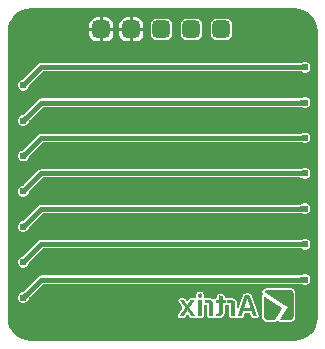
<source format=gbl>
G04*
G04 #@! TF.GenerationSoftware,Altium Limited,Altium Designer,22.5.1 (42)*
G04*
G04 Layer_Physical_Order=2*
G04 Layer_Color=16711680*
%FSLAX25Y25*%
%MOIN*%
G70*
G04*
G04 #@! TF.SameCoordinates,AC3B2383-AE7F-4156-BF80-1B445AE1BA2C*
G04*
G04*
G04 #@! TF.FilePolarity,Positive*
G04*
G01*
G75*
%ADD16C,0.01500*%
G04:AMPARAMS|DCode=17|XSize=59.06mil|YSize=59.06mil|CornerRadius=14.76mil|HoleSize=0mil|Usage=FLASHONLY|Rotation=0.000|XOffset=0mil|YOffset=0mil|HoleType=Round|Shape=RoundedRectangle|*
%AMROUNDEDRECTD17*
21,1,0.05906,0.02953,0,0,0.0*
21,1,0.02953,0.05906,0,0,0.0*
1,1,0.02953,0.01476,-0.01476*
1,1,0.02953,-0.01476,-0.01476*
1,1,0.02953,-0.01476,0.01476*
1,1,0.02953,0.01476,0.01476*
%
%ADD17ROUNDEDRECTD17*%
%ADD18C,0.09843*%
%ADD19C,0.02400*%
G36*
X106490Y116490D02*
X107922Y116056D01*
X109243Y115350D01*
X110400Y114400D01*
X111350Y113243D01*
X112056Y111923D01*
X112490Y110490D01*
X112636Y109011D01*
X112633Y109000D01*
Y13500D01*
X112636Y13488D01*
X112490Y12010D01*
X112056Y10577D01*
X111350Y9257D01*
X110400Y8100D01*
X109243Y7150D01*
X107922Y6444D01*
X106490Y6010D01*
X105011Y5864D01*
X105000Y5867D01*
X17000D01*
X16988Y5864D01*
X15510Y6010D01*
X14077Y6444D01*
X12757Y7150D01*
X11600Y8100D01*
X10650Y9257D01*
X9945Y10577D01*
X9510Y12010D01*
X9364Y13488D01*
X9367Y13500D01*
Y109000D01*
X9364Y109011D01*
X9510Y110490D01*
X9945Y111923D01*
X10650Y113243D01*
X11600Y114400D01*
X12757Y115350D01*
X14077Y116056D01*
X15510Y116490D01*
X16988Y116636D01*
X17000Y116633D01*
X105000D01*
X105011Y116636D01*
X106490Y116490D01*
D02*
G37*
%LPC*%
G36*
X52065Y113633D02*
X51089D01*
Y110131D01*
X54590D01*
Y111108D01*
X54398Y112074D01*
X53851Y112893D01*
X53032Y113441D01*
X52065Y113633D01*
D02*
G37*
G36*
X50089D02*
X49113D01*
X48146Y113441D01*
X47327Y112893D01*
X46780Y112074D01*
X46588Y111108D01*
Y110131D01*
X50089D01*
Y113633D01*
D02*
G37*
G36*
X42065D02*
X41089D01*
Y110131D01*
X44590D01*
Y111108D01*
X44398Y112074D01*
X43851Y112893D01*
X43032Y113441D01*
X42065Y113633D01*
D02*
G37*
G36*
X40089D02*
X39113D01*
X38146Y113441D01*
X37327Y112893D01*
X36780Y112074D01*
X36588Y111108D01*
Y110131D01*
X40089D01*
Y113633D01*
D02*
G37*
G36*
X82065Y113225D02*
X79113D01*
X78303Y113064D01*
X77616Y112605D01*
X77157Y111918D01*
X76996Y111108D01*
Y108155D01*
X77157Y107345D01*
X77616Y106658D01*
X78303Y106199D01*
X79113Y106038D01*
X82065D01*
X82876Y106199D01*
X83562Y106658D01*
X84021Y107345D01*
X84182Y108155D01*
Y111108D01*
X84021Y111918D01*
X83562Y112605D01*
X82876Y113064D01*
X82065Y113225D01*
D02*
G37*
G36*
X72065D02*
X69113D01*
X68303Y113064D01*
X67616Y112605D01*
X67157Y111918D01*
X66996Y111108D01*
Y108155D01*
X67157Y107345D01*
X67616Y106658D01*
X68303Y106199D01*
X69113Y106038D01*
X72065D01*
X72875Y106199D01*
X73562Y106658D01*
X74021Y107345D01*
X74182Y108155D01*
Y111108D01*
X74021Y111918D01*
X73562Y112605D01*
X72875Y113064D01*
X72065Y113225D01*
D02*
G37*
G36*
X62065D02*
X59113D01*
X58302Y113064D01*
X57616Y112605D01*
X57157Y111918D01*
X56996Y111108D01*
Y108155D01*
X57157Y107345D01*
X57616Y106658D01*
X58302Y106199D01*
X59113Y106038D01*
X62065D01*
X62875Y106199D01*
X63562Y106658D01*
X64021Y107345D01*
X64182Y108155D01*
Y111108D01*
X64021Y111918D01*
X63562Y112605D01*
X62875Y113064D01*
X62065Y113225D01*
D02*
G37*
G36*
X54590Y109131D02*
X51089D01*
Y105630D01*
X52065D01*
X53032Y105822D01*
X53851Y106370D01*
X54398Y107189D01*
X54590Y108155D01*
Y109131D01*
D02*
G37*
G36*
X50089D02*
X46588D01*
Y108155D01*
X46780Y107189D01*
X47327Y106370D01*
X48146Y105822D01*
X49113Y105630D01*
X50089D01*
Y109131D01*
D02*
G37*
G36*
X44590D02*
X41089D01*
Y105630D01*
X42065D01*
X43032Y105822D01*
X43851Y106370D01*
X44398Y107189D01*
X44590Y108155D01*
Y109131D01*
D02*
G37*
G36*
X40089D02*
X36588D01*
Y108155D01*
X36780Y107189D01*
X37327Y106370D01*
X38146Y105822D01*
X39113Y105630D01*
X40089D01*
Y109131D01*
D02*
G37*
G36*
X108791Y98852D02*
X108074D01*
X107413Y98577D01*
X107314Y98479D01*
X106889Y98452D01*
X106771Y98451D01*
X106717Y98428D01*
X20551D01*
X20025Y98323D01*
X19578Y98025D01*
X19578Y98025D01*
X14745Y93191D01*
X14692Y93171D01*
X14437Y92927D01*
X14324Y92830D01*
X14293Y92807D01*
X14283Y92800D01*
X14142D01*
X13480Y92526D01*
X12974Y92020D01*
X12700Y91358D01*
Y90642D01*
X12974Y89980D01*
X13480Y89474D01*
X14142Y89200D01*
X14858D01*
X15520Y89474D01*
X16026Y89980D01*
X16300Y90642D01*
Y90781D01*
X16581Y91101D01*
X16664Y91185D01*
X16686Y91240D01*
X21122Y95675D01*
X106710D01*
X106762Y95652D01*
X107114Y95644D01*
X107263Y95633D01*
X107301Y95628D01*
X107313Y95626D01*
X107413Y95525D01*
X108074Y95252D01*
X108791D01*
X109452Y95525D01*
X109958Y96032D01*
X110232Y96693D01*
Y97409D01*
X109958Y98071D01*
X109452Y98577D01*
X108791Y98852D01*
D02*
G37*
G36*
Y87052D02*
X108074D01*
X107413Y86778D01*
X107314Y86679D01*
X106889Y86652D01*
X106771Y86651D01*
X106717Y86628D01*
X20551D01*
X20025Y86523D01*
X19578Y86225D01*
X19578Y86225D01*
X14745Y81392D01*
X14692Y81371D01*
X14437Y81127D01*
X14324Y81030D01*
X14293Y81007D01*
X14283Y81000D01*
X14142D01*
X13480Y80726D01*
X12974Y80220D01*
X12700Y79558D01*
Y78842D01*
X12974Y78180D01*
X13480Y77674D01*
X14142Y77400D01*
X14858D01*
X15520Y77674D01*
X16026Y78180D01*
X16300Y78842D01*
Y78982D01*
X16581Y79301D01*
X16664Y79385D01*
X16686Y79440D01*
X21122Y83875D01*
X106710D01*
X106762Y83852D01*
X107114Y83845D01*
X107263Y83833D01*
X107301Y83828D01*
X107313Y83826D01*
X107413Y83726D01*
X108074Y83452D01*
X108791D01*
X109452Y83726D01*
X109958Y84232D01*
X110232Y84894D01*
Y85610D01*
X109958Y86271D01*
X109452Y86778D01*
X108791Y87052D01*
D02*
G37*
G36*
Y75252D02*
X108074D01*
X107413Y74978D01*
X107314Y74879D01*
X106889Y74852D01*
X106771Y74851D01*
X106717Y74828D01*
X20551D01*
X20025Y74723D01*
X19578Y74425D01*
X19578Y74425D01*
X14745Y69592D01*
X14692Y69571D01*
X14437Y69327D01*
X14324Y69230D01*
X14293Y69207D01*
X14283Y69200D01*
X14142D01*
X13480Y68926D01*
X12974Y68420D01*
X12700Y67758D01*
Y67042D01*
X12974Y66381D01*
X13480Y65874D01*
X14142Y65600D01*
X14858D01*
X15520Y65874D01*
X16026Y66381D01*
X16300Y67042D01*
Y67181D01*
X16581Y67501D01*
X16664Y67585D01*
X16686Y67640D01*
X21122Y72075D01*
X106710D01*
X106762Y72052D01*
X107114Y72045D01*
X107263Y72033D01*
X107301Y72028D01*
X107313Y72026D01*
X107413Y71926D01*
X108074Y71652D01*
X108791D01*
X109452Y71926D01*
X109958Y72432D01*
X110232Y73094D01*
Y73810D01*
X109958Y74471D01*
X109452Y74978D01*
X108791Y75252D01*
D02*
G37*
G36*
Y63452D02*
X108074D01*
X107413Y63178D01*
X107314Y63079D01*
X106889Y63052D01*
X106771Y63051D01*
X106717Y63028D01*
X20551D01*
X20025Y62923D01*
X19578Y62625D01*
X19578Y62625D01*
X14745Y57792D01*
X14692Y57771D01*
X14437Y57527D01*
X14324Y57430D01*
X14293Y57407D01*
X14283Y57400D01*
X14142D01*
X13480Y57126D01*
X12974Y56620D01*
X12700Y55958D01*
Y55242D01*
X12974Y54581D01*
X13480Y54074D01*
X14142Y53800D01*
X14858D01*
X15520Y54074D01*
X16026Y54581D01*
X16300Y55242D01*
Y55382D01*
X16581Y55702D01*
X16664Y55785D01*
X16686Y55840D01*
X21122Y60275D01*
X106710D01*
X106762Y60252D01*
X107114Y60245D01*
X107263Y60233D01*
X107301Y60228D01*
X107313Y60226D01*
X107413Y60126D01*
X108074Y59852D01*
X108791D01*
X109452Y60126D01*
X109958Y60632D01*
X110232Y61294D01*
Y62010D01*
X109958Y62671D01*
X109452Y63178D01*
X108791Y63452D01*
D02*
G37*
G36*
Y51652D02*
X108074D01*
X107413Y51378D01*
X107314Y51279D01*
X106889Y51252D01*
X106771Y51251D01*
X106717Y51228D01*
X20551D01*
X20025Y51123D01*
X19578Y50825D01*
X19578Y50825D01*
X14745Y45992D01*
X14692Y45971D01*
X14437Y45727D01*
X14324Y45630D01*
X14293Y45607D01*
X14283Y45600D01*
X14142D01*
X13480Y45326D01*
X12974Y44820D01*
X12700Y44158D01*
Y43442D01*
X12974Y42781D01*
X13480Y42274D01*
X14142Y42000D01*
X14858D01*
X15520Y42274D01*
X16026Y42781D01*
X16300Y43442D01*
Y43582D01*
X16581Y43902D01*
X16664Y43985D01*
X16686Y44040D01*
X21122Y48475D01*
X106710D01*
X106762Y48452D01*
X107114Y48445D01*
X107263Y48433D01*
X107301Y48428D01*
X107313Y48426D01*
X107413Y48326D01*
X108074Y48052D01*
X108791D01*
X109452Y48326D01*
X109958Y48832D01*
X110232Y49494D01*
Y50210D01*
X109958Y50871D01*
X109452Y51378D01*
X108791Y51652D01*
D02*
G37*
G36*
Y39852D02*
X108074D01*
X107413Y39578D01*
X107314Y39479D01*
X106889Y39452D01*
X106771Y39451D01*
X106717Y39428D01*
X20551D01*
X20025Y39323D01*
X19578Y39025D01*
X19578Y39025D01*
X14745Y34192D01*
X14692Y34171D01*
X14437Y33927D01*
X14324Y33830D01*
X14293Y33807D01*
X14283Y33800D01*
X14142D01*
X13480Y33526D01*
X12974Y33020D01*
X12700Y32358D01*
Y31642D01*
X12974Y30981D01*
X13480Y30474D01*
X14142Y30200D01*
X14858D01*
X15520Y30474D01*
X16026Y30981D01*
X16300Y31642D01*
Y31782D01*
X16581Y32102D01*
X16664Y32185D01*
X16686Y32240D01*
X21122Y36675D01*
X106710D01*
X106762Y36652D01*
X107114Y36645D01*
X107263Y36633D01*
X107301Y36628D01*
X107313Y36626D01*
X107413Y36526D01*
X108074Y36252D01*
X108791D01*
X109452Y36526D01*
X109958Y37032D01*
X110232Y37694D01*
Y38410D01*
X109958Y39071D01*
X109452Y39578D01*
X108791Y39852D01*
D02*
G37*
G36*
Y28052D02*
X108074D01*
X107413Y27778D01*
X107314Y27679D01*
X106889Y27652D01*
X106771Y27651D01*
X106717Y27628D01*
X20551D01*
X20025Y27523D01*
X19578Y27225D01*
X19578Y27225D01*
X14745Y22392D01*
X14692Y22371D01*
X14437Y22127D01*
X14324Y22030D01*
X14293Y22007D01*
X14283Y22000D01*
X14142D01*
X13480Y21726D01*
X12974Y21220D01*
X12700Y20558D01*
Y19842D01*
X12974Y19181D01*
X13480Y18674D01*
X14142Y18400D01*
X14858D01*
X15520Y18674D01*
X16026Y19181D01*
X16300Y19842D01*
Y19982D01*
X16581Y20302D01*
X16664Y20385D01*
X16686Y20440D01*
X21122Y24875D01*
X106710D01*
X106762Y24853D01*
X107114Y24845D01*
X107263Y24833D01*
X107301Y24828D01*
X107313Y24826D01*
X107413Y24726D01*
X108074Y24452D01*
X108791D01*
X109452Y24726D01*
X109958Y25232D01*
X110232Y25894D01*
Y26610D01*
X109958Y27272D01*
X109452Y27778D01*
X108791Y28052D01*
D02*
G37*
G36*
X73635Y22244D02*
X73303D01*
X73242Y22218D01*
X73150D01*
X73089Y22193D01*
X73074D01*
X72614Y22002D01*
X72612Y21997D01*
X72563Y21977D01*
X72561Y21972D01*
X72512Y21951D01*
X72505Y21933D01*
X72487Y21926D01*
X72479Y21908D01*
X72461Y21900D01*
X72454Y21882D01*
X72436Y21875D01*
X72428Y21857D01*
X72410Y21849D01*
X72390Y21801D01*
X72385Y21798D01*
X72364Y21750D01*
X72359Y21747D01*
X72169Y21288D01*
Y21273D01*
X72144Y21212D01*
Y21095D01*
X72118Y21033D01*
Y20727D01*
X72144Y20665D01*
Y20549D01*
X72169Y20487D01*
Y20472D01*
X72200Y20398D01*
X71817Y20015D01*
X71671Y20076D01*
X70345D01*
X69885Y19886D01*
X69865Y19837D01*
X69860Y19835D01*
X69853Y19817D01*
X69834Y19809D01*
X69814Y19760D01*
X69809Y19758D01*
X69801Y19740D01*
X69783Y19733D01*
X69763Y19684D01*
X69758Y19682D01*
X69750Y19664D01*
X69732Y19656D01*
X69712Y19607D01*
X69707Y19605D01*
X69700Y19587D01*
X69681Y19580D01*
X69661Y19531D01*
X69656Y19529D01*
X69648Y19511D01*
X69630Y19503D01*
X69623Y19485D01*
X69605Y19478D01*
X69585Y19429D01*
X69579Y19427D01*
X69572Y19409D01*
X69554Y19401D01*
X69534Y19352D01*
X69528Y19350D01*
X69521Y19332D01*
X69503Y19325D01*
X69483Y19276D01*
X69477Y19274D01*
X69475Y19267D01*
X69449Y19256D01*
X69370Y19225D01*
X69221Y19184D01*
X69100Y19192D01*
X68884Y19277D01*
X68873Y19281D01*
X68866Y19299D01*
X68860Y19301D01*
X68840Y19350D01*
X68822Y19357D01*
X68815Y19376D01*
X68809Y19378D01*
X68789Y19427D01*
X68784Y19429D01*
X68764Y19478D01*
X68746Y19485D01*
X68738Y19503D01*
X68733Y19505D01*
X68713Y19554D01*
X68695Y19562D01*
X68687Y19580D01*
X68682Y19582D01*
X68662Y19631D01*
X68644Y19638D01*
X68636Y19656D01*
X68631Y19658D01*
X68611Y19707D01*
X68593Y19715D01*
X68585Y19733D01*
X68580Y19735D01*
X68560Y19784D01*
X68542Y19791D01*
X68534Y19809D01*
X68529Y19811D01*
X68509Y19860D01*
X68490Y19868D01*
X68483Y19886D01*
X68024Y20076D01*
X66774D01*
X66315Y19886D01*
X66125Y19426D01*
Y19401D01*
X66315Y18942D01*
X66333Y18934D01*
X66341Y18916D01*
X66346Y18914D01*
X66366Y18865D01*
X66384Y18858D01*
X66391Y18840D01*
X66409Y18832D01*
X66417Y18814D01*
X66422Y18812D01*
X66443Y18763D01*
X66461Y18756D01*
X66468Y18738D01*
X66473Y18735D01*
X66493Y18687D01*
X66511Y18679D01*
X66519Y18661D01*
X66524Y18659D01*
X66545Y18610D01*
X66562Y18603D01*
X66570Y18585D01*
X66588Y18577D01*
X66596Y18559D01*
X66601Y18557D01*
X66621Y18508D01*
X66639Y18501D01*
X66646Y18483D01*
X66652Y18480D01*
X66672Y18432D01*
X66690Y18424D01*
X66698Y18406D01*
X66703Y18404D01*
X66723Y18355D01*
X66741Y18348D01*
X66748Y18330D01*
X66767Y18322D01*
X66774Y18304D01*
X66779Y18302D01*
X66799Y18253D01*
X66818Y18246D01*
X66825Y18228D01*
X66830Y18225D01*
X66851Y18177D01*
X66869Y18169D01*
X66876Y18151D01*
X66881Y18149D01*
X66901Y18100D01*
X66920Y18093D01*
X66927Y18075D01*
X66945Y18067D01*
X66953Y18049D01*
X66958Y18047D01*
X66978Y17998D01*
X66996Y17991D01*
X67004Y17973D01*
X67009Y17970D01*
X67029Y17921D01*
X67047Y17914D01*
X67055Y17896D01*
X67073Y17889D01*
X67080Y17871D01*
X67085Y17868D01*
X67106Y17819D01*
X67124Y17812D01*
X67131Y17794D01*
X67136Y17792D01*
X67157Y17743D01*
X67175Y17736D01*
X67182Y17718D01*
X67187Y17715D01*
X67208Y17666D01*
X67226Y17659D01*
X67233Y17641D01*
X67251Y17634D01*
X67259Y17616D01*
X67264Y17613D01*
X67284Y17564D01*
X67302Y17557D01*
X67310Y17539D01*
X67315Y17537D01*
X67335Y17488D01*
X67353Y17481D01*
X67361Y17462D01*
X67366Y17460D01*
X67386Y17412D01*
X67404Y17404D01*
X67412Y17386D01*
X67430Y17379D01*
X67437Y17360D01*
X67442Y17358D01*
X67463Y17310D01*
X67481Y17302D01*
X67488Y17284D01*
X67493Y17282D01*
X67514Y17233D01*
X67520Y17230D01*
X67552Y17172D01*
X67605Y17030D01*
X67611Y16994D01*
X67631Y16867D01*
X67628Y16816D01*
X67606Y16674D01*
X67539Y16494D01*
X67519Y16445D01*
X67514Y16443D01*
X67506Y16425D01*
X67488Y16417D01*
X67468Y16368D01*
X67463Y16366D01*
X67455Y16348D01*
X67437Y16341D01*
X67430Y16323D01*
X67412Y16315D01*
X67391Y16266D01*
X67386Y16264D01*
X67379Y16246D01*
X67361Y16239D01*
X67340Y16190D01*
X67335Y16188D01*
X67328Y16170D01*
X67310Y16162D01*
X67289Y16113D01*
X67284Y16111D01*
X67277Y16093D01*
X67259Y16086D01*
X67251Y16068D01*
X67233Y16060D01*
X67213Y16011D01*
X67208Y16009D01*
X67200Y15991D01*
X67182Y15984D01*
X67162Y15935D01*
X67157Y15933D01*
X67149Y15915D01*
X67131Y15907D01*
X67111Y15858D01*
X67106Y15856D01*
X67098Y15838D01*
X67080Y15831D01*
X67073Y15813D01*
X67055Y15805D01*
X67034Y15756D01*
X67029Y15754D01*
X67022Y15736D01*
X67004Y15729D01*
X66983Y15680D01*
X66978Y15678D01*
X66971Y15660D01*
X66953Y15652D01*
X66945Y15634D01*
X66927Y15627D01*
X66907Y15578D01*
X66901Y15576D01*
X66894Y15558D01*
X66876Y15550D01*
X66856Y15501D01*
X66851Y15499D01*
X66843Y15481D01*
X66825Y15474D01*
X66805Y15425D01*
X66799Y15423D01*
X66792Y15405D01*
X66774Y15397D01*
X66767Y15379D01*
X66748Y15371D01*
X66728Y15323D01*
X66723Y15321D01*
X66716Y15303D01*
X66698Y15295D01*
X66677Y15246D01*
X66672Y15244D01*
X66664Y15226D01*
X66646Y15218D01*
X66626Y15170D01*
X66621Y15168D01*
X66614Y15149D01*
X66596Y15142D01*
X66575Y15093D01*
X66570Y15091D01*
X66562Y15073D01*
X66545Y15066D01*
X66537Y15047D01*
X66519Y15040D01*
X66499Y14991D01*
X66493Y14989D01*
X66486Y14971D01*
X66468Y14964D01*
X66448Y14915D01*
X66443Y14912D01*
X66435Y14894D01*
X66417Y14887D01*
X66397Y14838D01*
X66391Y14836D01*
X66384Y14818D01*
X66366Y14810D01*
X66359Y14792D01*
X66341Y14785D01*
X66320Y14736D01*
X66315Y14734D01*
X66307Y14716D01*
X66290Y14708D01*
X66269Y14660D01*
X66264Y14657D01*
X66256Y14639D01*
X66238Y14632D01*
X66218Y14583D01*
X66213Y14581D01*
X66206Y14563D01*
X66188Y14555D01*
X66180Y14537D01*
X66162Y14530D01*
X65972Y14071D01*
Y14020D01*
X66162Y13561D01*
X66621Y13370D01*
X67973D01*
X68432Y13561D01*
X68440Y13578D01*
X68458Y13586D01*
X68478Y13635D01*
X68483Y13637D01*
X68490Y13655D01*
X68509Y13663D01*
X68529Y13711D01*
X68534Y13713D01*
X68542Y13732D01*
X68560Y13739D01*
X68580Y13788D01*
X68585Y13790D01*
X68593Y13808D01*
X68611Y13815D01*
X68631Y13864D01*
X68636Y13867D01*
X68644Y13884D01*
X68662Y13892D01*
X68682Y13941D01*
X68687Y13943D01*
X68695Y13961D01*
X68713Y13969D01*
X68733Y14017D01*
X68738Y14019D01*
X68746Y14038D01*
X68764Y14045D01*
X68784Y14094D01*
X68789Y14096D01*
X68797Y14114D01*
X68815Y14121D01*
X68835Y14170D01*
X68840Y14173D01*
X68848Y14191D01*
X68866Y14198D01*
X68886Y14247D01*
X68891Y14249D01*
X68899Y14267D01*
X68917Y14275D01*
X68937Y14323D01*
X68942Y14326D01*
X68950Y14344D01*
X68968Y14351D01*
X68976Y14372D01*
X69178Y14441D01*
X69335Y14449D01*
X69354Y14445D01*
X69488Y14402D01*
X69561Y14374D01*
X69572Y14369D01*
X69579Y14351D01*
X69585Y14349D01*
X69605Y14300D01*
X69623Y14293D01*
X69630Y14275D01*
X69636Y14272D01*
X69656Y14224D01*
X69674Y14216D01*
X69681Y14198D01*
X69687Y14196D01*
X69707Y14147D01*
X69725Y14140D01*
X69732Y14121D01*
X69738Y14119D01*
X69758Y14071D01*
X69776Y14063D01*
X69783Y14045D01*
X69789Y14043D01*
X69809Y13994D01*
X69827Y13987D01*
X69834Y13969D01*
X69840Y13966D01*
X69860Y13917D01*
X69878Y13910D01*
X69885Y13892D01*
X69891Y13890D01*
X69911Y13841D01*
X69929Y13834D01*
X69937Y13815D01*
X69942Y13813D01*
X69962Y13765D01*
X69980Y13757D01*
X69987Y13739D01*
X69993Y13737D01*
X70013Y13688D01*
X70031Y13680D01*
X70038Y13663D01*
X70044Y13660D01*
X70064Y13611D01*
X70082Y13604D01*
X70090Y13586D01*
X70108Y13578D01*
X70115Y13561D01*
X70574Y13370D01*
X71824D01*
X71992Y13440D01*
X72371Y13537D01*
X72771Y13432D01*
X72921Y13370D01*
X74068D01*
X74527Y13561D01*
X74718Y14020D01*
Y17679D01*
X75063Y17910D01*
X75792D01*
X75841Y17889D01*
Y17871D01*
X75867Y17809D01*
Y14020D01*
X76057Y13561D01*
X76516Y13370D01*
X77664D01*
X78123Y13561D01*
X78609Y13427D01*
X78684Y13396D01*
X78776D01*
X78837Y13370D01*
X78954D01*
X79016Y13345D01*
X79260D01*
X79322Y13319D01*
X79704D01*
X79766Y13345D01*
X79959D01*
X80021Y13370D01*
X80087D01*
X80149Y13396D01*
X80189D01*
X80251Y13421D01*
X80265D01*
X80327Y13447D01*
X80342D01*
X80801Y13637D01*
X80803Y13642D01*
X80852Y13663D01*
X80854Y13668D01*
X80903Y13688D01*
X80905Y13693D01*
X80954Y13713D01*
X80956Y13719D01*
X81005Y13739D01*
X81013Y13757D01*
X81031Y13765D01*
X81038Y13782D01*
X81056Y13790D01*
X81058Y13795D01*
X81107Y13815D01*
X81115Y13834D01*
X81133Y13841D01*
X81140Y13859D01*
X81158Y13867D01*
X81166Y13884D01*
X81184Y13892D01*
X81191Y13910D01*
X81209Y13917D01*
X81217Y13936D01*
X81235Y13943D01*
X81242Y13961D01*
X81260Y13969D01*
X81280Y14017D01*
X81286Y14019D01*
X81293Y14038D01*
X81311Y14045D01*
X81331Y14094D01*
X81337Y14096D01*
X81344Y14114D01*
X81362Y14121D01*
X81383Y14170D01*
X81388Y14173D01*
X81578Y14632D01*
Y14636D01*
X81629Y14759D01*
Y14774D01*
X81655Y14836D01*
Y14876D01*
X81680Y14938D01*
Y15004D01*
X81705Y15065D01*
Y15259D01*
X81731Y15320D01*
Y17935D01*
X81974D01*
X82198Y18028D01*
X82484Y17910D01*
X83188D01*
X83249Y17884D01*
X83263D01*
Y14045D01*
X83453Y13586D01*
X83471Y13578D01*
X83479Y13561D01*
X83938Y13370D01*
X85060D01*
X85101Y13387D01*
X85545Y13551D01*
X85989Y13387D01*
X86029Y13370D01*
X87330D01*
X87789Y13561D01*
X87809Y13609D01*
X87815Y13611D01*
X88005Y14071D01*
Y14086D01*
X88030Y14147D01*
Y14188D01*
X88056Y14249D01*
Y14264D01*
X88081Y14326D01*
Y14341D01*
X88107Y14402D01*
Y14417D01*
X88132Y14479D01*
Y14494D01*
X88158Y14555D01*
Y14570D01*
X88183Y14632D01*
Y14647D01*
X88209Y14708D01*
Y14723D01*
X88234Y14785D01*
Y14800D01*
X88260Y14861D01*
Y14876D01*
X88285Y14938D01*
Y14953D01*
X88311Y15014D01*
Y15055D01*
X88336Y15116D01*
Y15131D01*
X88362Y15193D01*
Y15208D01*
X88383Y15258D01*
X90088D01*
X90098Y15233D01*
Y15218D01*
X90123Y15157D01*
Y15116D01*
X90149Y15055D01*
Y15040D01*
X90174Y14978D01*
Y14963D01*
X90200Y14902D01*
Y14887D01*
X90225Y14825D01*
Y14810D01*
X90251Y14749D01*
Y14734D01*
X90276Y14672D01*
Y14632D01*
X90302Y14570D01*
Y14555D01*
X90327Y14494D01*
Y14479D01*
X90353Y14417D01*
Y14402D01*
X90378Y14341D01*
Y14326D01*
X90404Y14264D01*
Y14224D01*
X90429Y14162D01*
Y14147D01*
X90455Y14086D01*
Y14071D01*
X90645Y13611D01*
X90650Y13609D01*
X90671Y13561D01*
X91130Y13370D01*
X92405D01*
X92864Y13561D01*
X93054Y14020D01*
Y14071D01*
X93029Y14132D01*
Y14147D01*
X93003Y14209D01*
Y14224D01*
X92978Y14285D01*
Y14300D01*
X92953Y14362D01*
Y14377D01*
X92927Y14438D01*
Y14453D01*
X92901Y14515D01*
Y14530D01*
X92876Y14591D01*
Y14606D01*
X92851Y14668D01*
Y14683D01*
X92800Y14806D01*
Y14810D01*
X92774Y14872D01*
Y14887D01*
X92748Y14948D01*
Y14963D01*
X92723Y15025D01*
Y15040D01*
X92698Y15101D01*
Y15116D01*
X92672Y15178D01*
Y15193D01*
X92646Y15254D01*
Y15269D01*
X92621Y15331D01*
Y15346D01*
X92595Y15407D01*
Y15422D01*
X92570Y15484D01*
Y15499D01*
X92544Y15561D01*
Y15575D01*
X92519Y15637D01*
Y15652D01*
X92468Y15775D01*
Y15779D01*
X92442Y15841D01*
Y15856D01*
X92417Y15917D01*
Y15933D01*
X92391Y15994D01*
Y16009D01*
X92366Y16071D01*
Y16085D01*
X92340Y16147D01*
Y16162D01*
X92315Y16224D01*
Y16239D01*
X92289Y16300D01*
Y16315D01*
X92264Y16377D01*
Y16391D01*
X92213Y16515D01*
Y16519D01*
X92187Y16581D01*
Y16596D01*
X92162Y16657D01*
Y16672D01*
X92136Y16734D01*
Y16749D01*
X92111Y16810D01*
Y16825D01*
X92085Y16887D01*
Y16902D01*
X92060Y16963D01*
Y16978D01*
X92034Y17040D01*
Y17055D01*
X92009Y17116D01*
Y17131D01*
X91958Y17254D01*
Y17259D01*
X91932Y17320D01*
Y17335D01*
X91907Y17397D01*
Y17412D01*
X91881Y17473D01*
Y17488D01*
X91856Y17550D01*
Y17565D01*
X91830Y17626D01*
Y17641D01*
X91805Y17703D01*
Y17718D01*
X91779Y17779D01*
Y17794D01*
X91754Y17856D01*
Y17871D01*
X91728Y17932D01*
Y17947D01*
X91703Y18009D01*
Y18024D01*
X91677Y18085D01*
Y18100D01*
X91652Y18162D01*
Y18177D01*
X91601Y18300D01*
Y18304D01*
X91575Y18366D01*
Y18381D01*
X91550Y18442D01*
Y18457D01*
X91524Y18519D01*
Y18534D01*
X91499Y18595D01*
Y18610D01*
X91473Y18672D01*
Y18687D01*
X91448Y18748D01*
Y18763D01*
X91422Y18825D01*
Y18840D01*
X91397Y18901D01*
Y18916D01*
X91371Y18978D01*
Y18993D01*
X91346Y19054D01*
Y19069D01*
X91320Y19131D01*
Y19146D01*
X91295Y19207D01*
Y19222D01*
X91269Y19284D01*
Y19299D01*
X91218Y19422D01*
Y19426D01*
X91193Y19488D01*
Y19503D01*
X91167Y19565D01*
Y19579D01*
X91142Y19641D01*
Y19656D01*
X91116Y19717D01*
Y19733D01*
X91091Y19794D01*
Y19809D01*
X91065Y19871D01*
Y19885D01*
X91040Y19947D01*
Y19962D01*
X91014Y20024D01*
Y20039D01*
X90963Y20162D01*
Y20166D01*
X90938Y20228D01*
Y20243D01*
X90912Y20304D01*
Y20319D01*
X90887Y20381D01*
Y20395D01*
X90697Y20855D01*
X90691Y20857D01*
X90671Y20906D01*
X90666Y20908D01*
X90645Y20957D01*
X90640Y20959D01*
X90620Y21008D01*
X90615Y21010D01*
X90595Y21059D01*
X90589Y21061D01*
X90569Y21110D01*
X90551Y21117D01*
X90544Y21135D01*
X90538Y21137D01*
X90518Y21186D01*
X90500Y21194D01*
X90492Y21212D01*
X90474Y21219D01*
X90467Y21237D01*
X90449Y21245D01*
X90442Y21263D01*
X90436Y21265D01*
X90416Y21314D01*
X90398Y21321D01*
X90390Y21339D01*
X90342Y21360D01*
X90339Y21365D01*
X90321Y21372D01*
X90314Y21390D01*
X90296Y21398D01*
X90288Y21416D01*
X90270Y21423D01*
X90263Y21441D01*
X90214Y21462D01*
X90212Y21467D01*
X90163Y21487D01*
X90161Y21492D01*
X90112Y21513D01*
X90110Y21518D01*
X90061Y21538D01*
X90059Y21543D01*
X89600Y21734D01*
X89585D01*
X89523Y21759D01*
X89483D01*
X89421Y21785D01*
X88962D01*
X88901Y21759D01*
X88860D01*
X88798Y21734D01*
X88784D01*
X88324Y21543D01*
X88322Y21538D01*
X88273Y21518D01*
X88271Y21513D01*
X88222Y21492D01*
X88220Y21487D01*
X88171Y21467D01*
X88169Y21462D01*
X88120Y21441D01*
X88113Y21423D01*
X88095Y21416D01*
X88087Y21398D01*
X88069Y21390D01*
X88067Y21385D01*
X88018Y21365D01*
X88011Y21347D01*
X87993Y21339D01*
X87985Y21321D01*
X87967Y21314D01*
X87960Y21296D01*
X87942Y21288D01*
X87922Y21239D01*
X87916Y21237D01*
X87909Y21219D01*
X87891Y21212D01*
X87883Y21194D01*
X87865Y21186D01*
X87845Y21137D01*
X87840Y21135D01*
X87832Y21117D01*
X87814Y21110D01*
X87794Y21061D01*
X87789Y21059D01*
X87769Y21010D01*
X87763Y21008D01*
X87743Y20959D01*
X87738Y20957D01*
X87718Y20908D01*
X87712Y20906D01*
X87692Y20857D01*
X87687Y20855D01*
X87497Y20395D01*
Y20381D01*
X87471Y20319D01*
Y20304D01*
X87446Y20243D01*
Y20228D01*
X87420Y20166D01*
Y20151D01*
X87395Y20089D01*
Y20075D01*
X87369Y20013D01*
Y19998D01*
X87344Y19937D01*
Y19921D01*
X87318Y19860D01*
Y19845D01*
X87292Y19783D01*
Y19769D01*
X87267Y19707D01*
Y19692D01*
X87242Y19630D01*
Y19615D01*
X87216Y19554D01*
Y19539D01*
X87191Y19477D01*
Y19463D01*
X87165Y19401D01*
Y19386D01*
X87139Y19324D01*
Y19320D01*
X87089Y19197D01*
Y19182D01*
X87063Y19120D01*
Y19105D01*
X87037Y19044D01*
Y19029D01*
X87012Y18967D01*
Y18952D01*
X86987Y18891D01*
Y18876D01*
X86961Y18814D01*
Y18799D01*
X86936Y18738D01*
Y18723D01*
X86910Y18661D01*
Y18646D01*
X86884Y18585D01*
Y18570D01*
X86859Y18508D01*
Y18493D01*
X86834Y18432D01*
Y18417D01*
X86808Y18355D01*
Y18340D01*
X86782Y18279D01*
Y18264D01*
X86757Y18202D01*
Y18187D01*
X86731Y18126D01*
Y18111D01*
X86706Y18049D01*
Y18034D01*
X86680Y17973D01*
Y17958D01*
X86655Y17896D01*
Y17881D01*
X86629Y17820D01*
Y17815D01*
X86578Y17692D01*
Y17677D01*
X86553Y17616D01*
Y17601D01*
X86527Y17539D01*
Y17524D01*
X86502Y17463D01*
Y17448D01*
X86476Y17386D01*
Y17371D01*
X86451Y17310D01*
Y17295D01*
X86425Y17233D01*
Y17218D01*
X86400Y17157D01*
Y17142D01*
X86374Y17080D01*
Y17065D01*
X86349Y17004D01*
X86235Y16901D01*
X85936Y16974D01*
X85832Y17043D01*
X85793Y17089D01*
X85735Y17208D01*
Y18228D01*
X85710Y18289D01*
Y18789D01*
X85684Y18850D01*
Y19018D01*
X85494Y19478D01*
X85445Y19498D01*
X85443Y19503D01*
X85394Y19523D01*
X85392Y19529D01*
X85343Y19549D01*
X85341Y19554D01*
X85292Y19574D01*
X85290Y19580D01*
X85241Y19600D01*
X85239Y19605D01*
X85190Y19625D01*
X85188Y19631D01*
X84728Y19821D01*
X84714D01*
X84652Y19846D01*
X84648D01*
X84525Y19897D01*
X84510D01*
X84448Y19923D01*
X84408D01*
X84346Y19948D01*
X84331D01*
X84269Y19974D01*
X84229D01*
X84167Y19999D01*
X84101D01*
X84040Y20025D01*
X83974D01*
X83912Y20050D01*
X83821D01*
X83759Y20076D01*
X83643D01*
X83581Y20101D01*
X83388D01*
X83326Y20127D01*
X82408D01*
X82220Y20049D01*
X81731Y20267D01*
Y20753D01*
X81541Y21212D01*
X81082Y21402D01*
X81041D01*
X80980Y21428D01*
X80888D01*
X80826Y21453D01*
X80735D01*
X80673Y21478D01*
X80557D01*
X80495Y21504D01*
X80404D01*
X80342Y21530D01*
X80251D01*
X80189Y21555D01*
X80072D01*
X80010Y21580D01*
X79908D01*
X79449Y21390D01*
X79259Y20931D01*
Y20076D01*
X78786D01*
X78327Y19886D01*
X78324Y19879D01*
X78301Y19848D01*
X78249Y19804D01*
X78031Y19662D01*
X77924Y19598D01*
X77715Y19656D01*
X77256Y19846D01*
X77241D01*
X77180Y19872D01*
X77165D01*
X77103Y19897D01*
X77088D01*
X77026Y19923D01*
X77012D01*
X76950Y19948D01*
X76910D01*
X76848Y19974D01*
X76808D01*
X76746Y19999D01*
X76706D01*
X76644Y20025D01*
X76578D01*
X76516Y20050D01*
X76425D01*
X76363Y20076D01*
X76247D01*
X76185Y20101D01*
X75991D01*
X75930Y20127D01*
X75182D01*
X74893Y20403D01*
X74814Y20586D01*
X74820Y20600D01*
Y21161D01*
X74794Y21222D01*
Y21263D01*
X74604Y21722D01*
X74599Y21724D01*
X74578Y21773D01*
X74573Y21775D01*
X74553Y21824D01*
X74548Y21826D01*
X74527Y21875D01*
X74509Y21882D01*
X74502Y21900D01*
X74484Y21908D01*
X74476Y21926D01*
X74427Y21946D01*
X74425Y21951D01*
X74407Y21959D01*
X74400Y21977D01*
X74351Y21997D01*
X74349Y22002D01*
X73890Y22193D01*
X73875D01*
X73813Y22218D01*
X73696D01*
X73635Y22244D01*
D02*
G37*
G36*
X103627Y23391D02*
X95695D01*
X95572Y23340D01*
X95542D01*
X95480Y23315D01*
X95465D01*
X95006Y23125D01*
X95004Y23119D01*
X94955Y23099D01*
X94953Y23094D01*
X94904Y23074D01*
X94902Y23068D01*
X94853Y23048D01*
X94851Y23043D01*
X94802Y23022D01*
X94800Y23017D01*
X94751Y22997D01*
X94744Y22979D01*
X94726Y22972D01*
X94718Y22953D01*
X94700Y22946D01*
X94698Y22941D01*
X94649Y22920D01*
X94642Y22903D01*
X94624Y22895D01*
X94616Y22877D01*
X94598Y22870D01*
X94591Y22851D01*
X94573Y22844D01*
X94565Y22826D01*
X94547Y22818D01*
X94540Y22801D01*
X94522Y22793D01*
X94502Y22744D01*
X94496Y22742D01*
X94489Y22724D01*
X94471Y22716D01*
X94463Y22698D01*
X94445Y22691D01*
X94425Y22642D01*
X94420Y22640D01*
X94412Y22622D01*
X94394Y22614D01*
X94204Y22155D01*
Y22104D01*
X94394Y21645D01*
X94415Y21502D01*
X94414Y21485D01*
X94318Y21146D01*
X94302Y21110D01*
X94241Y21084D01*
X94051Y20625D01*
Y13765D01*
X94076Y13703D01*
Y13663D01*
X94127Y13540D01*
Y13535D01*
X94318Y13076D01*
X94323Y13074D01*
X94343Y13025D01*
X94348Y13023D01*
X94369Y12974D01*
X94374Y12972D01*
X94394Y12923D01*
X94412Y12915D01*
X94420Y12897D01*
X94425Y12895D01*
X94445Y12846D01*
X94463Y12839D01*
X94471Y12821D01*
X94489Y12813D01*
X94496Y12795D01*
X94502Y12793D01*
X94522Y12744D01*
X94540Y12737D01*
X94547Y12719D01*
X94565Y12711D01*
X94573Y12693D01*
X94591Y12686D01*
X94598Y12668D01*
X94616Y12660D01*
X94624Y12642D01*
X94673Y12622D01*
X94675Y12617D01*
X94693Y12609D01*
X94700Y12591D01*
X94718Y12584D01*
X94726Y12566D01*
X94744Y12558D01*
X94751Y12540D01*
X94800Y12520D01*
X94802Y12515D01*
X94851Y12495D01*
X94853Y12489D01*
X94902Y12469D01*
X94904Y12464D01*
X94953Y12444D01*
X94955Y12438D01*
X95004Y12418D01*
X95006Y12413D01*
X95465Y12223D01*
X95480D01*
X95542Y12197D01*
X95582D01*
X95644Y12172D01*
X98347D01*
X98807Y12362D01*
X98814Y12380D01*
X98832Y12387D01*
X98839Y12405D01*
X98858Y12413D01*
X98878Y12462D01*
X98883Y12464D01*
X98891Y12482D01*
X98909Y12489D01*
X98916Y12507D01*
X98934Y12515D01*
X98938Y12524D01*
X99122Y12582D01*
X99187Y12588D01*
X99490Y12495D01*
X99491Y12495D01*
X99546Y12362D01*
X100005Y12172D01*
X103677D01*
X103739Y12197D01*
X103780D01*
X103841Y12223D01*
X103856D01*
X104315Y12413D01*
X104317Y12418D01*
X104366Y12438D01*
X104368Y12444D01*
X104417Y12464D01*
X104420Y12469D01*
X104468Y12489D01*
X104471Y12495D01*
X104519Y12515D01*
X104522Y12520D01*
X104570Y12540D01*
X104578Y12558D01*
X104596Y12566D01*
X104603Y12584D01*
X104621Y12591D01*
X104623Y12597D01*
X104672Y12617D01*
X104680Y12635D01*
X104698Y12642D01*
X104705Y12660D01*
X104723Y12668D01*
X104731Y12686D01*
X104749Y12693D01*
X104756Y12711D01*
X104774Y12719D01*
X104782Y12737D01*
X104800Y12744D01*
X104807Y12762D01*
X104825Y12770D01*
X104846Y12819D01*
X104851Y12821D01*
X104858Y12839D01*
X104876Y12846D01*
X104884Y12864D01*
X104902Y12872D01*
X104922Y12921D01*
X104927Y12923D01*
X104948Y12972D01*
X104953Y12974D01*
X104973Y13023D01*
X104978Y13025D01*
X104999Y13074D01*
X105004Y13076D01*
X105194Y13535D01*
Y13540D01*
X105245Y13663D01*
Y13703D01*
X105271Y13765D01*
Y17514D01*
Y21773D01*
X105245Y21834D01*
Y21875D01*
X105194Y21998D01*
Y22002D01*
X105004Y22461D01*
X104999Y22464D01*
X104978Y22512D01*
X104973Y22515D01*
X104953Y22564D01*
X104948Y22566D01*
X104927Y22614D01*
X104922Y22617D01*
X104902Y22666D01*
X104884Y22673D01*
X104876Y22691D01*
X104858Y22698D01*
X104851Y22716D01*
X104846Y22719D01*
X104825Y22768D01*
X104807Y22775D01*
X104800Y22793D01*
X104782Y22801D01*
X104774Y22818D01*
X104756Y22826D01*
X104749Y22844D01*
X104731Y22851D01*
X104723Y22870D01*
X104705Y22877D01*
X104698Y22895D01*
X104680Y22903D01*
X104672Y22920D01*
X104623Y22941D01*
X104621Y22946D01*
X104603Y22953D01*
X104596Y22972D01*
X104578Y22979D01*
X104570Y22997D01*
X104522Y23017D01*
X104519Y23022D01*
X104471Y23043D01*
X104468Y23048D01*
X104420Y23068D01*
X104417Y23074D01*
X104368Y23094D01*
X104366Y23099D01*
X104317Y23119D01*
X104315Y23125D01*
X103856Y23315D01*
X103841D01*
X103780Y23340D01*
X103750D01*
X103627Y23391D01*
D02*
G37*
%LPD*%
G36*
X107576Y96211D02*
X107552Y96229D01*
X107515Y96244D01*
X107466Y96257D01*
X107405Y96269D01*
X107332Y96279D01*
X107147Y96293D01*
X106776Y96302D01*
Y97802D01*
X106912Y97802D01*
X107405Y97834D01*
X107466Y97846D01*
X107515Y97859D01*
X107552Y97874D01*
X107576Y97891D01*
Y96211D01*
D02*
G37*
G36*
X16202Y91641D02*
X16106Y91544D01*
X15780Y91173D01*
X15745Y91122D01*
X15720Y91078D01*
X15705Y91041D01*
X15700Y91012D01*
X14512Y92200D01*
X14541Y92205D01*
X14578Y92220D01*
X14622Y92245D01*
X14673Y92280D01*
X14732Y92325D01*
X14873Y92445D01*
X15141Y92702D01*
X16202Y91641D01*
D02*
G37*
G36*
X107576Y84412D02*
X107552Y84429D01*
X107515Y84444D01*
X107466Y84457D01*
X107405Y84469D01*
X107332Y84479D01*
X107147Y84493D01*
X106776Y84502D01*
Y86002D01*
X106912Y86002D01*
X107405Y86034D01*
X107466Y86046D01*
X107515Y86059D01*
X107552Y86075D01*
X107576Y86092D01*
Y84412D01*
D02*
G37*
G36*
X16202Y79841D02*
X16106Y79744D01*
X15780Y79373D01*
X15745Y79322D01*
X15720Y79277D01*
X15705Y79241D01*
X15700Y79212D01*
X14512Y80400D01*
X14541Y80405D01*
X14578Y80420D01*
X14622Y80445D01*
X14673Y80480D01*
X14732Y80525D01*
X14873Y80645D01*
X15141Y80902D01*
X16202Y79841D01*
D02*
G37*
G36*
X107576Y72612D02*
X107552Y72629D01*
X107515Y72644D01*
X107466Y72658D01*
X107405Y72669D01*
X107332Y72679D01*
X107147Y72694D01*
X106776Y72702D01*
Y74202D01*
X106912Y74203D01*
X107405Y74234D01*
X107466Y74246D01*
X107515Y74259D01*
X107552Y74274D01*
X107576Y74292D01*
Y72612D01*
D02*
G37*
G36*
X16202Y68041D02*
X16106Y67944D01*
X15780Y67573D01*
X15745Y67522D01*
X15720Y67478D01*
X15705Y67441D01*
X15700Y67412D01*
X14512Y68600D01*
X14541Y68605D01*
X14578Y68620D01*
X14622Y68645D01*
X14673Y68680D01*
X14732Y68725D01*
X14873Y68845D01*
X15141Y69102D01*
X16202Y68041D01*
D02*
G37*
G36*
X107576Y60812D02*
X107552Y60829D01*
X107515Y60844D01*
X107466Y60858D01*
X107405Y60869D01*
X107332Y60879D01*
X107147Y60894D01*
X106776Y60902D01*
Y62402D01*
X106912Y62403D01*
X107405Y62434D01*
X107466Y62446D01*
X107515Y62459D01*
X107552Y62475D01*
X107576Y62492D01*
Y60812D01*
D02*
G37*
G36*
X16202Y56241D02*
X16106Y56144D01*
X15780Y55773D01*
X15745Y55722D01*
X15720Y55678D01*
X15705Y55641D01*
X15700Y55612D01*
X14512Y56800D01*
X14541Y56805D01*
X14578Y56820D01*
X14622Y56845D01*
X14673Y56880D01*
X14732Y56925D01*
X14873Y57046D01*
X15141Y57302D01*
X16202Y56241D01*
D02*
G37*
G36*
X107576Y49012D02*
X107552Y49029D01*
X107515Y49044D01*
X107466Y49058D01*
X107405Y49069D01*
X107332Y49079D01*
X107147Y49094D01*
X106776Y49102D01*
Y50602D01*
X106912Y50603D01*
X107405Y50634D01*
X107466Y50646D01*
X107515Y50659D01*
X107552Y50675D01*
X107576Y50692D01*
Y49012D01*
D02*
G37*
G36*
X16202Y44441D02*
X16106Y44344D01*
X15780Y43973D01*
X15745Y43922D01*
X15720Y43878D01*
X15705Y43841D01*
X15700Y43812D01*
X14512Y45000D01*
X14541Y45005D01*
X14578Y45020D01*
X14622Y45045D01*
X14673Y45080D01*
X14732Y45125D01*
X14873Y45246D01*
X15141Y45502D01*
X16202Y44441D01*
D02*
G37*
G36*
X107576Y37212D02*
X107552Y37229D01*
X107515Y37244D01*
X107466Y37258D01*
X107405Y37269D01*
X107332Y37279D01*
X107147Y37294D01*
X106776Y37302D01*
Y38802D01*
X106912Y38803D01*
X107405Y38834D01*
X107466Y38846D01*
X107515Y38859D01*
X107552Y38875D01*
X107576Y38892D01*
Y37212D01*
D02*
G37*
G36*
X16202Y32642D02*
X16106Y32545D01*
X15780Y32173D01*
X15745Y32122D01*
X15720Y32078D01*
X15705Y32041D01*
X15700Y32012D01*
X14512Y33200D01*
X14541Y33205D01*
X14578Y33220D01*
X14622Y33245D01*
X14673Y33280D01*
X14732Y33325D01*
X14873Y33446D01*
X15141Y33702D01*
X16202Y32642D01*
D02*
G37*
G36*
X107576Y25412D02*
X107552Y25429D01*
X107515Y25444D01*
X107466Y25458D01*
X107405Y25469D01*
X107332Y25479D01*
X107147Y25494D01*
X106776Y25502D01*
Y27002D01*
X106912Y27003D01*
X107405Y27034D01*
X107466Y27046D01*
X107515Y27060D01*
X107552Y27075D01*
X107576Y27092D01*
Y25412D01*
D02*
G37*
G36*
X16202Y20842D02*
X16106Y20745D01*
X15780Y20373D01*
X15745Y20322D01*
X15720Y20278D01*
X15705Y20241D01*
X15700Y20212D01*
X14512Y21400D01*
X14541Y21405D01*
X14578Y21420D01*
X14622Y21445D01*
X14673Y21480D01*
X14732Y21525D01*
X14873Y21646D01*
X15141Y21902D01*
X16202Y20842D01*
D02*
G37*
G36*
X73635Y21569D02*
X73813D01*
Y21543D01*
X73890D01*
Y21518D01*
X73941D01*
Y21492D01*
X73966D01*
Y21467D01*
X74017D01*
Y21441D01*
X74043D01*
Y21416D01*
X74068D01*
Y21365D01*
X74094D01*
Y21314D01*
X74119D01*
Y21263D01*
X74145D01*
Y21161D01*
X74170D01*
Y20600D01*
X74145D01*
Y20498D01*
X74119D01*
Y20447D01*
X74094D01*
Y20395D01*
X74068D01*
Y20370D01*
X74043D01*
Y20345D01*
X74017D01*
Y20319D01*
X73992D01*
Y20293D01*
X73966D01*
Y20268D01*
X73915D01*
Y20243D01*
X73839D01*
Y20217D01*
X73737D01*
Y20191D01*
X73226D01*
Y20217D01*
X73099D01*
Y20243D01*
X73048D01*
Y20268D01*
X72997D01*
Y20293D01*
X72946D01*
Y20319D01*
X72921D01*
Y20345D01*
X72895D01*
Y20395D01*
X72869D01*
Y20421D01*
X72844D01*
Y20472D01*
X72818D01*
Y20549D01*
X72793D01*
Y20727D01*
X72768D01*
Y21033D01*
X72793D01*
Y21212D01*
X72818D01*
Y21288D01*
X72844D01*
Y21339D01*
X72869D01*
Y21390D01*
X72895D01*
Y21416D01*
X72921D01*
Y21441D01*
X72946D01*
Y21467D01*
X72971D01*
Y21492D01*
X73023D01*
Y21518D01*
X73074D01*
Y21543D01*
X73150D01*
Y21569D01*
X73303D01*
Y21594D01*
X73635D01*
Y21569D01*
D02*
G37*
G36*
X71671Y19375D02*
X71645D01*
Y19350D01*
X71620D01*
Y19299D01*
X71594D01*
Y19273D01*
X71569D01*
Y19248D01*
X71543D01*
Y19197D01*
X71518D01*
Y19171D01*
X71492D01*
Y19120D01*
X71467D01*
Y19095D01*
X71441D01*
Y19044D01*
X71416D01*
Y19018D01*
X71390D01*
Y18993D01*
X71365D01*
Y18942D01*
X71339D01*
Y18916D01*
X71314D01*
Y18865D01*
X71288D01*
Y18840D01*
X71263D01*
Y18789D01*
X71237D01*
Y18763D01*
X71212D01*
Y18712D01*
X71186D01*
Y18687D01*
X71161D01*
Y18661D01*
X71135D01*
Y18610D01*
X71110D01*
Y18585D01*
X71084D01*
Y18534D01*
X71059D01*
Y18508D01*
X71033D01*
Y18457D01*
X71008D01*
Y18432D01*
X70982D01*
Y18406D01*
X70957D01*
Y18355D01*
X70931D01*
Y18330D01*
X70906D01*
Y18279D01*
X70880D01*
Y18253D01*
X70855D01*
Y18202D01*
X70829D01*
Y18177D01*
X70804D01*
Y18126D01*
X70778D01*
Y18100D01*
X70753D01*
Y18075D01*
X70727D01*
Y18024D01*
X70702D01*
Y17998D01*
X70676D01*
Y17947D01*
X70651D01*
Y17922D01*
X70625D01*
Y17871D01*
X70600D01*
Y17845D01*
X70574D01*
Y17794D01*
X70549D01*
Y17769D01*
X70523D01*
Y17743D01*
X70498D01*
Y17692D01*
X70472D01*
Y17667D01*
X70447D01*
Y17616D01*
X70421D01*
Y17590D01*
X70396D01*
Y17539D01*
X70370D01*
Y17514D01*
X70345D01*
Y17488D01*
X70319D01*
Y17437D01*
X70294D01*
Y17412D01*
X70268D01*
Y17361D01*
X70243D01*
Y17335D01*
X70217D01*
Y17284D01*
X70192D01*
Y17259D01*
X70166D01*
Y17233D01*
X70141D01*
Y17182D01*
X70115D01*
Y17157D01*
X70090D01*
Y17106D01*
X70064D01*
Y17080D01*
X70039D01*
Y17029D01*
X70013D01*
Y17004D01*
X69988D01*
Y16978D01*
X69962D01*
Y16927D01*
X69937D01*
Y16902D01*
X69911D01*
Y16851D01*
X69886D01*
Y16800D01*
X69911D01*
Y16749D01*
X69937D01*
Y16723D01*
X69962D01*
Y16672D01*
X69988D01*
Y16646D01*
X70013D01*
Y16596D01*
X70039D01*
Y16570D01*
X70064D01*
Y16544D01*
X70090D01*
Y16493D01*
X70115D01*
Y16468D01*
X70141D01*
Y16417D01*
X70166D01*
Y16391D01*
X70192D01*
Y16341D01*
X70217D01*
Y16315D01*
X70243D01*
Y16289D01*
X70268D01*
Y16239D01*
X70294D01*
Y16213D01*
X70319D01*
Y16162D01*
X70345D01*
Y16137D01*
X70370D01*
Y16111D01*
X70396D01*
Y16060D01*
X70421D01*
Y16035D01*
X70447D01*
Y15983D01*
X70472D01*
Y15958D01*
X70498D01*
Y15907D01*
X70523D01*
Y15881D01*
X70549D01*
Y15856D01*
X70574D01*
Y15805D01*
X70600D01*
Y15779D01*
X70625D01*
Y15728D01*
X70651D01*
Y15703D01*
X70676D01*
Y15652D01*
X70702D01*
Y15626D01*
X70727D01*
Y15601D01*
X70753D01*
Y15550D01*
X70778D01*
Y15524D01*
X70804D01*
Y15473D01*
X70829D01*
Y15448D01*
X70855D01*
Y15397D01*
X70880D01*
Y15371D01*
X70906D01*
Y15346D01*
X70931D01*
Y15295D01*
X70957D01*
Y15269D01*
X70982D01*
Y15218D01*
X71008D01*
Y15193D01*
X71033D01*
Y15142D01*
X71059D01*
Y15116D01*
X71084D01*
Y15091D01*
X71110D01*
Y15040D01*
X71135D01*
Y15014D01*
X71161D01*
Y14963D01*
X71186D01*
Y14938D01*
X71212D01*
Y14887D01*
X71237D01*
Y14861D01*
X71263D01*
Y14836D01*
X71288D01*
Y14785D01*
X71314D01*
Y14759D01*
X71339D01*
Y14708D01*
X71365D01*
Y14683D01*
X71390D01*
Y14632D01*
X71416D01*
Y14606D01*
X71441D01*
Y14581D01*
X71467D01*
Y14530D01*
X71492D01*
Y14504D01*
X71518D01*
Y14453D01*
X71543D01*
Y14428D01*
X71569D01*
Y14377D01*
X71594D01*
Y14351D01*
X71620D01*
Y14326D01*
X71645D01*
Y14275D01*
X71671D01*
Y14249D01*
X71696D01*
Y14198D01*
X71722D01*
Y14173D01*
X71747D01*
Y14147D01*
X71773D01*
Y14096D01*
X71798D01*
Y14071D01*
X71824D01*
Y14020D01*
X70574D01*
Y14045D01*
X70549D01*
Y14071D01*
X70523D01*
Y14122D01*
X70498D01*
Y14147D01*
X70472D01*
Y14198D01*
X70447D01*
Y14224D01*
X70421D01*
Y14275D01*
X70396D01*
Y14300D01*
X70370D01*
Y14351D01*
X70345D01*
Y14377D01*
X70319D01*
Y14428D01*
X70294D01*
Y14453D01*
X70268D01*
Y14504D01*
X70243D01*
Y14530D01*
X70217D01*
Y14581D01*
X70192D01*
Y14606D01*
X70166D01*
Y14657D01*
X70141D01*
Y14683D01*
X70115D01*
Y14734D01*
X70090D01*
Y14759D01*
X70064D01*
Y14810D01*
X70039D01*
Y14836D01*
X70013D01*
Y14887D01*
X69988D01*
Y14912D01*
X69962D01*
Y14963D01*
X69937D01*
Y14989D01*
X69911D01*
Y15040D01*
X69886D01*
Y15065D01*
X69860D01*
Y15116D01*
X69835D01*
Y15142D01*
X69809D01*
Y15193D01*
X69784D01*
Y15218D01*
X69758D01*
Y15269D01*
X69733D01*
Y15295D01*
X69707D01*
Y15346D01*
X69682D01*
Y15371D01*
X69656D01*
Y15422D01*
X69631D01*
Y15448D01*
X69605D01*
Y15499D01*
X69580D01*
Y15524D01*
X69554D01*
Y15575D01*
X69529D01*
Y15601D01*
X69503D01*
Y15652D01*
X69477D01*
Y15677D01*
X69452D01*
Y15728D01*
X69427D01*
Y15754D01*
X69401D01*
Y15805D01*
X69375D01*
Y15856D01*
X69350D01*
Y15881D01*
X69324D01*
Y15933D01*
X69299D01*
Y15958D01*
X69248D01*
Y15907D01*
X69222D01*
Y15881D01*
X69197D01*
Y15830D01*
X69172D01*
Y15805D01*
X69146D01*
Y15754D01*
X69121D01*
Y15728D01*
X69095D01*
Y15677D01*
X69069D01*
Y15652D01*
X69044D01*
Y15601D01*
X69019D01*
Y15575D01*
X68993D01*
Y15524D01*
X68967D01*
Y15499D01*
X68942D01*
Y15448D01*
X68916D01*
Y15422D01*
X68891D01*
Y15371D01*
X68866D01*
Y15346D01*
X68840D01*
Y15295D01*
X68814D01*
Y15269D01*
X68789D01*
Y15218D01*
X68764D01*
Y15193D01*
X68738D01*
Y15142D01*
X68713D01*
Y15116D01*
X68687D01*
Y15091D01*
X68661D01*
Y15040D01*
X68636D01*
Y15014D01*
X68610D01*
Y14963D01*
X68585D01*
Y14938D01*
X68559D01*
Y14887D01*
X68534D01*
Y14861D01*
X68508D01*
Y14810D01*
X68483D01*
Y14785D01*
X68457D01*
Y14734D01*
X68432D01*
Y14708D01*
X68406D01*
Y14657D01*
X68381D01*
Y14632D01*
X68355D01*
Y14581D01*
X68330D01*
Y14555D01*
X68304D01*
Y14504D01*
X68279D01*
Y14479D01*
X68253D01*
Y14428D01*
X68228D01*
Y14402D01*
X68202D01*
Y14351D01*
X68177D01*
Y14326D01*
X68151D01*
Y14275D01*
X68126D01*
Y14249D01*
X68100D01*
Y14198D01*
X68075D01*
Y14173D01*
X68049D01*
Y14122D01*
X68024D01*
Y14096D01*
X67998D01*
Y14045D01*
X67973D01*
Y14020D01*
X66621D01*
Y14071D01*
X66647D01*
Y14096D01*
X66672D01*
Y14122D01*
X66698D01*
Y14173D01*
X66723D01*
Y14198D01*
X66749D01*
Y14249D01*
X66774D01*
Y14275D01*
X66800D01*
Y14326D01*
X66825D01*
Y14351D01*
X66851D01*
Y14377D01*
X66876D01*
Y14428D01*
X66902D01*
Y14453D01*
X66927D01*
Y14504D01*
X66953D01*
Y14530D01*
X66978D01*
Y14581D01*
X67004D01*
Y14606D01*
X67029D01*
Y14632D01*
X67055D01*
Y14683D01*
X67080D01*
Y14708D01*
X67106D01*
Y14759D01*
X67131D01*
Y14785D01*
X67157D01*
Y14836D01*
X67182D01*
Y14861D01*
X67208D01*
Y14912D01*
X67233D01*
Y14938D01*
X67259D01*
Y14963D01*
X67284D01*
Y15014D01*
X67310D01*
Y15040D01*
X67335D01*
Y15091D01*
X67361D01*
Y15116D01*
X67386D01*
Y15167D01*
X67412D01*
Y15193D01*
X67437D01*
Y15218D01*
X67463D01*
Y15269D01*
X67488D01*
Y15295D01*
X67514D01*
Y15346D01*
X67539D01*
Y15371D01*
X67565D01*
Y15397D01*
X67590D01*
Y15448D01*
X67616D01*
Y15473D01*
X67641D01*
Y15524D01*
X67667D01*
Y15550D01*
X67692D01*
Y15601D01*
X67718D01*
Y15626D01*
X67743D01*
Y15652D01*
X67769D01*
Y15703D01*
X67794D01*
Y15728D01*
X67820D01*
Y15779D01*
X67845D01*
Y15805D01*
X67871D01*
Y15856D01*
X67896D01*
Y15881D01*
X67922D01*
Y15907D01*
X67947D01*
Y15958D01*
X67973D01*
Y15983D01*
X67998D01*
Y16035D01*
X68024D01*
Y16060D01*
X68049D01*
Y16111D01*
X68075D01*
Y16137D01*
X68100D01*
Y16162D01*
X68126D01*
Y16213D01*
X68151D01*
Y16239D01*
X68177D01*
Y16289D01*
X68202D01*
Y16315D01*
X68228D01*
Y16366D01*
X68253D01*
Y16391D01*
X68279D01*
Y16417D01*
X68304D01*
Y16468D01*
X68330D01*
Y16493D01*
X68355D01*
Y16544D01*
X68381D01*
Y16570D01*
X68406D01*
Y16621D01*
X68432D01*
Y16646D01*
X68457D01*
Y16672D01*
X68483D01*
Y16723D01*
X68508D01*
Y16749D01*
X68534D01*
Y16800D01*
X68559D01*
Y16825D01*
X68585D01*
Y16851D01*
X68559D01*
Y16902D01*
X68534D01*
Y16927D01*
X68508D01*
Y16978D01*
X68483D01*
Y17004D01*
X68457D01*
Y17055D01*
X68432D01*
Y17080D01*
X68406D01*
Y17106D01*
X68381D01*
Y17157D01*
X68355D01*
Y17182D01*
X68330D01*
Y17233D01*
X68304D01*
Y17259D01*
X68279D01*
Y17310D01*
X68253D01*
Y17335D01*
X68228D01*
Y17386D01*
X68202D01*
Y17412D01*
X68177D01*
Y17437D01*
X68151D01*
Y17488D01*
X68126D01*
Y17514D01*
X68100D01*
Y17565D01*
X68075D01*
Y17590D01*
X68049D01*
Y17641D01*
X68024D01*
Y17667D01*
X67998D01*
Y17692D01*
X67973D01*
Y17743D01*
X67947D01*
Y17769D01*
X67922D01*
Y17820D01*
X67896D01*
Y17845D01*
X67871D01*
Y17871D01*
X67845D01*
Y17922D01*
X67820D01*
Y17947D01*
X67794D01*
Y17998D01*
X67769D01*
Y18024D01*
X67743D01*
Y18075D01*
X67718D01*
Y18100D01*
X67692D01*
Y18126D01*
X67667D01*
Y18177D01*
X67641D01*
Y18202D01*
X67616D01*
Y18253D01*
X67590D01*
Y18279D01*
X67565D01*
Y18330D01*
X67539D01*
Y18355D01*
X67514D01*
Y18381D01*
X67488D01*
Y18432D01*
X67463D01*
Y18457D01*
X67437D01*
Y18508D01*
X67412D01*
Y18534D01*
X67386D01*
Y18559D01*
X67361D01*
Y18610D01*
X67335D01*
Y18636D01*
X67310D01*
Y18687D01*
X67284D01*
Y18712D01*
X67259D01*
Y18763D01*
X67233D01*
Y18789D01*
X67208D01*
Y18814D01*
X67182D01*
Y18865D01*
X67157D01*
Y18891D01*
X67131D01*
Y18942D01*
X67106D01*
Y18967D01*
X67080D01*
Y19018D01*
X67055D01*
Y19044D01*
X67029D01*
Y19069D01*
X67004D01*
Y19120D01*
X66978D01*
Y19146D01*
X66953D01*
Y19197D01*
X66927D01*
Y19222D01*
X66902D01*
Y19273D01*
X66876D01*
Y19299D01*
X66851D01*
Y19324D01*
X66825D01*
Y19375D01*
X66800D01*
Y19401D01*
X66774D01*
Y19426D01*
X68024D01*
Y19401D01*
X68049D01*
Y19350D01*
X68075D01*
Y19324D01*
X68100D01*
Y19273D01*
X68126D01*
Y19248D01*
X68151D01*
Y19197D01*
X68177D01*
Y19171D01*
X68202D01*
Y19120D01*
X68228D01*
Y19095D01*
X68253D01*
Y19044D01*
X68279D01*
Y19018D01*
X68304D01*
Y18967D01*
X68330D01*
Y18916D01*
X68355D01*
Y18891D01*
X68381D01*
Y18840D01*
X68406D01*
Y18814D01*
X68432D01*
Y18763D01*
X68457D01*
Y18738D01*
X68483D01*
Y18687D01*
X68508D01*
Y18661D01*
X68534D01*
Y18610D01*
X68559D01*
Y18585D01*
X68585D01*
Y18534D01*
X68610D01*
Y18508D01*
X68636D01*
Y18457D01*
X68661D01*
Y18432D01*
X68687D01*
Y18381D01*
X68713D01*
Y18355D01*
X68738D01*
Y18304D01*
X68764D01*
Y18279D01*
X68789D01*
Y18228D01*
X68814D01*
Y18202D01*
X68840D01*
Y18151D01*
X68866D01*
Y18126D01*
X68891D01*
Y18100D01*
X68916D01*
Y18049D01*
X68942D01*
Y18024D01*
X68967D01*
Y17973D01*
X68993D01*
Y17947D01*
X69019D01*
Y17896D01*
X69044D01*
Y17871D01*
X69069D01*
Y17820D01*
X69095D01*
Y17794D01*
X69121D01*
Y17743D01*
X69146D01*
Y17718D01*
X69172D01*
Y17692D01*
X69197D01*
Y17718D01*
X69222D01*
Y17743D01*
X69248D01*
Y17794D01*
X69274D01*
Y17820D01*
X69299D01*
Y17871D01*
X69324D01*
Y17896D01*
X69350D01*
Y17947D01*
X69375D01*
Y17973D01*
X69401D01*
Y18024D01*
X69427D01*
Y18049D01*
X69452D01*
Y18100D01*
X69477D01*
Y18126D01*
X69503D01*
Y18177D01*
X69529D01*
Y18202D01*
X69554D01*
Y18253D01*
X69580D01*
Y18279D01*
X69605D01*
Y18330D01*
X69631D01*
Y18355D01*
X69656D01*
Y18406D01*
X69682D01*
Y18432D01*
X69707D01*
Y18483D01*
X69733D01*
Y18508D01*
X69758D01*
Y18559D01*
X69784D01*
Y18585D01*
X69809D01*
Y18636D01*
X69835D01*
Y18661D01*
X69860D01*
Y18712D01*
X69886D01*
Y18738D01*
X69911D01*
Y18789D01*
X69937D01*
Y18814D01*
X69962D01*
Y18865D01*
X69988D01*
Y18891D01*
X70013D01*
Y18942D01*
X70039D01*
Y18967D01*
X70064D01*
Y19018D01*
X70090D01*
Y19044D01*
X70115D01*
Y19069D01*
X70141D01*
Y19120D01*
X70166D01*
Y19146D01*
X70192D01*
Y19197D01*
X70217D01*
Y19222D01*
X70243D01*
Y19273D01*
X70268D01*
Y19299D01*
X70294D01*
Y19350D01*
X70319D01*
Y19375D01*
X70345D01*
Y19426D01*
X71671D01*
Y19375D01*
D02*
G37*
G36*
X80010Y20906D02*
X80189D01*
Y20880D01*
X80342D01*
Y20855D01*
X80495D01*
Y20829D01*
X80673D01*
Y20804D01*
X80826D01*
Y20778D01*
X80980D01*
Y20753D01*
X81082D01*
Y19426D01*
X81974D01*
Y18585D01*
X81082D01*
Y15320D01*
X81056D01*
Y15065D01*
X81031D01*
Y14938D01*
X81005D01*
Y14836D01*
X80980D01*
Y14759D01*
X80954D01*
Y14708D01*
X80928D01*
Y14632D01*
X80903D01*
Y14581D01*
X80878D01*
Y14555D01*
X80852D01*
Y14504D01*
X80826D01*
Y14479D01*
X80801D01*
Y14428D01*
X80775D01*
Y14402D01*
X80750D01*
Y14377D01*
X80725D01*
Y14351D01*
X80699D01*
Y14326D01*
X80673D01*
Y14300D01*
X80648D01*
Y14275D01*
X80597D01*
Y14249D01*
X80572D01*
Y14224D01*
X80546D01*
Y14198D01*
X80495D01*
Y14173D01*
X80444D01*
Y14147D01*
X80393D01*
Y14122D01*
X80342D01*
Y14096D01*
X80265D01*
Y14071D01*
X80189D01*
Y14045D01*
X80087D01*
Y14020D01*
X79959D01*
Y13994D01*
X79704D01*
Y13969D01*
X79322D01*
Y13994D01*
X79016D01*
Y14020D01*
X78837D01*
Y14045D01*
X78684D01*
Y14173D01*
X78710D01*
Y14428D01*
X78735D01*
Y14657D01*
X78761D01*
Y14861D01*
X78786D01*
Y14887D01*
X78939D01*
Y14861D01*
X79347D01*
Y14887D01*
X79500D01*
Y14912D01*
X79577D01*
Y14938D01*
X79653D01*
Y14963D01*
X79679D01*
Y14989D01*
X79730D01*
Y15014D01*
X79755D01*
Y15040D01*
X79781D01*
Y15091D01*
X79806D01*
Y15116D01*
X79832D01*
Y15167D01*
X79857D01*
Y15244D01*
X79883D01*
Y15346D01*
X79908D01*
Y18559D01*
X79883D01*
Y18585D01*
X78786D01*
Y19426D01*
X79908D01*
Y20931D01*
X80010D01*
Y20906D01*
D02*
G37*
G36*
X89421Y21110D02*
X89523D01*
Y21084D01*
X89600D01*
Y21059D01*
X89651D01*
Y21033D01*
X89702D01*
Y21008D01*
X89753D01*
Y20982D01*
X89804D01*
Y20957D01*
X89829D01*
Y20931D01*
X89855D01*
Y20906D01*
X89880D01*
Y20880D01*
X89931D01*
Y20855D01*
X89957D01*
Y20804D01*
X89982D01*
Y20778D01*
X90008D01*
Y20753D01*
X90033D01*
Y20727D01*
X90059D01*
Y20676D01*
X90084D01*
Y20651D01*
X90110D01*
Y20600D01*
X90135D01*
Y20549D01*
X90161D01*
Y20498D01*
X90186D01*
Y20447D01*
X90212D01*
Y20395D01*
X90237D01*
Y20319D01*
X90263D01*
Y20243D01*
X90288D01*
Y20166D01*
X90314D01*
Y20089D01*
X90339D01*
Y20039D01*
X90365D01*
Y19962D01*
X90390D01*
Y19885D01*
X90416D01*
Y19809D01*
X90441D01*
Y19733D01*
X90467D01*
Y19656D01*
X90492D01*
Y19579D01*
X90518D01*
Y19503D01*
X90543D01*
Y19426D01*
X90569D01*
Y19350D01*
X90594D01*
Y19299D01*
X90620D01*
Y19222D01*
X90645D01*
Y19146D01*
X90671D01*
Y19069D01*
X90696D01*
Y18993D01*
X90722D01*
Y18916D01*
X90747D01*
Y18840D01*
X90773D01*
Y18763D01*
X90798D01*
Y18687D01*
X90824D01*
Y18610D01*
X90849D01*
Y18534D01*
X90875D01*
Y18457D01*
X90900D01*
Y18381D01*
X90926D01*
Y18304D01*
X90951D01*
Y18228D01*
X90977D01*
Y18177D01*
X91002D01*
Y18100D01*
X91028D01*
Y18024D01*
X91053D01*
Y17947D01*
X91079D01*
Y17871D01*
X91104D01*
Y17794D01*
X91130D01*
Y17718D01*
X91155D01*
Y17641D01*
X91181D01*
Y17565D01*
X91206D01*
Y17488D01*
X91232D01*
Y17412D01*
X91257D01*
Y17335D01*
X91283D01*
Y17259D01*
X91308D01*
Y17182D01*
X91334D01*
Y17131D01*
X91359D01*
Y17055D01*
X91385D01*
Y16978D01*
X91410D01*
Y16902D01*
X91436D01*
Y16825D01*
X91461D01*
Y16749D01*
X91487D01*
Y16672D01*
X91513D01*
Y16596D01*
X91538D01*
Y16519D01*
X91563D01*
Y16443D01*
X91589D01*
Y16391D01*
X91615D01*
Y16315D01*
X91640D01*
Y16239D01*
X91666D01*
Y16162D01*
X91691D01*
Y16085D01*
X91716D01*
Y16009D01*
X91742D01*
Y15933D01*
X91768D01*
Y15856D01*
X91793D01*
Y15779D01*
X91818D01*
Y15703D01*
X91844D01*
Y15652D01*
X91869D01*
Y15575D01*
X91895D01*
Y15499D01*
X91921D01*
Y15422D01*
X91946D01*
Y15346D01*
X91971D01*
Y15269D01*
X91997D01*
Y15193D01*
X92023D01*
Y15116D01*
X92048D01*
Y15040D01*
X92074D01*
Y14963D01*
X92099D01*
Y14887D01*
X92124D01*
Y14810D01*
X92150D01*
Y14734D01*
X92176D01*
Y14683D01*
X92201D01*
Y14606D01*
X92226D01*
Y14530D01*
X92252D01*
Y14453D01*
X92277D01*
Y14377D01*
X92303D01*
Y14300D01*
X92329D01*
Y14224D01*
X92354D01*
Y14147D01*
X92380D01*
Y14071D01*
X92405D01*
Y14020D01*
X91130D01*
Y14071D01*
X91104D01*
Y14147D01*
X91079D01*
Y14224D01*
X91053D01*
Y14326D01*
X91028D01*
Y14402D01*
X91002D01*
Y14479D01*
X90977D01*
Y14555D01*
X90951D01*
Y14632D01*
X90926D01*
Y14734D01*
X90900D01*
Y14810D01*
X90875D01*
Y14887D01*
X90849D01*
Y14963D01*
X90824D01*
Y15040D01*
X90798D01*
Y15116D01*
X90773D01*
Y15218D01*
X90747D01*
Y15295D01*
X90722D01*
Y15371D01*
X90696D01*
Y15448D01*
X90671D01*
Y15524D01*
X90645D01*
Y15626D01*
X90620D01*
Y15703D01*
X90594D01*
Y15779D01*
X90569D01*
Y15856D01*
X90543D01*
Y15907D01*
X87942D01*
Y15881D01*
X87916D01*
Y15805D01*
X87891D01*
Y15728D01*
X87866D01*
Y15652D01*
X87840D01*
Y15575D01*
X87814D01*
Y15499D01*
X87789D01*
Y15422D01*
X87764D01*
Y15346D01*
X87738D01*
Y15269D01*
X87713D01*
Y15193D01*
X87687D01*
Y15116D01*
X87661D01*
Y15014D01*
X87636D01*
Y14938D01*
X87610D01*
Y14861D01*
X87585D01*
Y14785D01*
X87559D01*
Y14708D01*
X87534D01*
Y14632D01*
X87508D01*
Y14555D01*
X87483D01*
Y14479D01*
X87457D01*
Y14402D01*
X87432D01*
Y14326D01*
X87406D01*
Y14249D01*
X87381D01*
Y14147D01*
X87355D01*
Y14071D01*
X87330D01*
Y14020D01*
X86029D01*
Y14045D01*
X86004D01*
Y14071D01*
X86029D01*
Y14122D01*
X86055D01*
Y14198D01*
X86080D01*
Y14275D01*
X86106D01*
Y14351D01*
X86131D01*
Y14428D01*
X86157D01*
Y14504D01*
X86182D01*
Y14581D01*
X86208D01*
Y14657D01*
X86233D01*
Y14734D01*
X86259D01*
Y14810D01*
X86284D01*
Y14887D01*
X86310D01*
Y14963D01*
X86335D01*
Y15040D01*
X86361D01*
Y15116D01*
X86386D01*
Y15167D01*
X86412D01*
Y15244D01*
X86437D01*
Y15320D01*
X86463D01*
Y15397D01*
X86488D01*
Y15473D01*
X86514D01*
Y15550D01*
X86539D01*
Y15626D01*
X86565D01*
Y15703D01*
X86590D01*
Y15779D01*
X86616D01*
Y15856D01*
X86641D01*
Y15933D01*
X86667D01*
Y16009D01*
X86692D01*
Y16085D01*
X86718D01*
Y16162D01*
X86743D01*
Y16239D01*
X86769D01*
Y16315D01*
X86794D01*
Y16391D01*
X86820D01*
Y16468D01*
X86845D01*
Y16544D01*
X86871D01*
Y16621D01*
X86896D01*
Y16698D01*
X86922D01*
Y16774D01*
X86947D01*
Y16851D01*
X86973D01*
Y16927D01*
X86998D01*
Y17004D01*
X87024D01*
Y17080D01*
X87049D01*
Y17157D01*
X87075D01*
Y17233D01*
X87100D01*
Y17310D01*
X87126D01*
Y17386D01*
X87151D01*
Y17463D01*
X87177D01*
Y17539D01*
X87202D01*
Y17616D01*
X87228D01*
Y17692D01*
X87253D01*
Y17743D01*
X87279D01*
Y17820D01*
X87304D01*
Y17896D01*
X87330D01*
Y17973D01*
X87355D01*
Y18049D01*
X87381D01*
Y18126D01*
X87406D01*
Y18202D01*
X87432D01*
Y18279D01*
X87457D01*
Y18355D01*
X87483D01*
Y18432D01*
X87508D01*
Y18508D01*
X87534D01*
Y18585D01*
X87559D01*
Y18661D01*
X87585D01*
Y18738D01*
X87610D01*
Y18814D01*
X87636D01*
Y18891D01*
X87661D01*
Y18967D01*
X87687D01*
Y19044D01*
X87713D01*
Y19120D01*
X87738D01*
Y19197D01*
X87764D01*
Y19248D01*
X87789D01*
Y19324D01*
X87814D01*
Y19401D01*
X87840D01*
Y19477D01*
X87866D01*
Y19554D01*
X87891D01*
Y19630D01*
X87916D01*
Y19707D01*
X87942D01*
Y19783D01*
X87967D01*
Y19860D01*
X87993D01*
Y19937D01*
X88019D01*
Y20013D01*
X88044D01*
Y20089D01*
X88069D01*
Y20166D01*
X88095D01*
Y20243D01*
X88121D01*
Y20319D01*
X88146D01*
Y20395D01*
X88171D01*
Y20447D01*
X88197D01*
Y20498D01*
X88222D01*
Y20549D01*
X88248D01*
Y20600D01*
X88274D01*
Y20651D01*
X88299D01*
Y20676D01*
X88324D01*
Y20727D01*
X88350D01*
Y20753D01*
X88376D01*
Y20778D01*
X88401D01*
Y20829D01*
X88427D01*
Y20855D01*
X88452D01*
Y20880D01*
X88477D01*
Y20906D01*
X88529D01*
Y20931D01*
X88554D01*
Y20957D01*
X88580D01*
Y20982D01*
X88631D01*
Y21008D01*
X88682D01*
Y21033D01*
X88733D01*
Y21059D01*
X88784D01*
Y21084D01*
X88860D01*
Y21110D01*
X88962D01*
Y21135D01*
X89421D01*
Y21110D01*
D02*
G37*
G36*
X83326Y19452D02*
X83581D01*
Y19426D01*
X83759D01*
Y19401D01*
X83912D01*
Y19375D01*
X84040D01*
Y19350D01*
X84167D01*
Y19324D01*
X84269D01*
Y19299D01*
X84346D01*
Y19273D01*
X84448D01*
Y19248D01*
X84525D01*
Y19222D01*
X84575D01*
Y19197D01*
X84652D01*
Y19171D01*
X84728D01*
Y19146D01*
X84780D01*
Y19120D01*
X84831D01*
Y19095D01*
X84882D01*
Y19069D01*
X84933D01*
Y19044D01*
X84984D01*
Y19018D01*
X85035D01*
Y18789D01*
X85060D01*
Y18228D01*
X85086D01*
Y14045D01*
X85060D01*
Y14020D01*
X83938D01*
Y14045D01*
X83912D01*
Y16646D01*
Y16672D01*
Y18228D01*
X83887D01*
Y18381D01*
X83861D01*
Y18406D01*
X83810D01*
Y18432D01*
X83734D01*
Y18457D01*
X83657D01*
Y18483D01*
X83555D01*
Y18508D01*
X83428D01*
Y18534D01*
X83249D01*
Y18559D01*
X82484D01*
Y18636D01*
X82459D01*
Y18891D01*
X82433D01*
Y19146D01*
X82408D01*
Y19401D01*
X82382D01*
Y19452D01*
X82408D01*
Y19477D01*
X83326D01*
Y19452D01*
D02*
G37*
G36*
X75930D02*
X76185D01*
Y19426D01*
X76363D01*
Y19401D01*
X76516D01*
Y19375D01*
X76644D01*
Y19350D01*
X76746D01*
Y19324D01*
X76848D01*
Y19299D01*
X76950D01*
Y19273D01*
X77026D01*
Y19248D01*
X77103D01*
Y19222D01*
X77180D01*
Y19197D01*
X77256D01*
Y19171D01*
X77307D01*
Y19146D01*
X77358D01*
Y19120D01*
X77435D01*
Y19095D01*
X77486D01*
Y19069D01*
X77537D01*
Y19044D01*
X77588D01*
Y19018D01*
X77613D01*
Y18916D01*
X77639D01*
Y18559D01*
X77664D01*
Y14020D01*
X76516D01*
Y17871D01*
X76491D01*
Y18330D01*
X76465D01*
Y18406D01*
X76389D01*
Y18432D01*
X76338D01*
Y18457D01*
X76236D01*
Y18483D01*
X76159D01*
Y18508D01*
X76032D01*
Y18534D01*
X75853D01*
Y18559D01*
X75063D01*
Y18738D01*
X75037D01*
Y18993D01*
X75012D01*
Y19248D01*
X74986D01*
Y19452D01*
X75012D01*
Y19477D01*
X75930D01*
Y19452D01*
D02*
G37*
G36*
X74068Y14020D02*
X72921D01*
Y14045D01*
X72895D01*
Y18865D01*
Y18891D01*
Y19426D01*
X74068D01*
Y14020D01*
D02*
G37*
%LPC*%
G36*
X89268Y19987D02*
X89243D01*
Y19962D01*
X89217D01*
Y19885D01*
X89192D01*
Y19809D01*
X89166D01*
Y19733D01*
X89141D01*
Y19656D01*
X89115D01*
Y19554D01*
X89090D01*
Y19477D01*
X89064D01*
Y19401D01*
X89039D01*
Y19324D01*
X89013D01*
Y19248D01*
X88988D01*
Y19171D01*
X88962D01*
Y19095D01*
X88937D01*
Y19018D01*
X88911D01*
Y18942D01*
X88886D01*
Y18865D01*
X88860D01*
Y18789D01*
X88835D01*
Y18712D01*
X88809D01*
Y18610D01*
X88784D01*
Y18534D01*
X88758D01*
Y18457D01*
X88733D01*
Y18381D01*
X88707D01*
Y18304D01*
X88682D01*
Y18228D01*
X88656D01*
Y18151D01*
X88631D01*
Y18075D01*
X88605D01*
Y17973D01*
X88580D01*
Y17896D01*
X88554D01*
Y17820D01*
X88529D01*
Y17743D01*
X88503D01*
Y17667D01*
X88477D01*
Y17590D01*
X88452D01*
Y17514D01*
X88427D01*
Y17437D01*
X88401D01*
Y17335D01*
X88376D01*
Y17259D01*
X88350D01*
Y17182D01*
X88324D01*
Y17106D01*
X88299D01*
Y17029D01*
X88274D01*
Y16953D01*
X88248D01*
Y16876D01*
X88222D01*
Y16851D01*
X88248D01*
Y16825D01*
X90237D01*
Y16902D01*
X90212D01*
Y16978D01*
X90186D01*
Y17055D01*
X90161D01*
Y17157D01*
X90135D01*
Y17233D01*
X90110D01*
Y17310D01*
X90084D01*
Y17386D01*
X90059D01*
Y17463D01*
X90033D01*
Y17539D01*
X90008D01*
Y17641D01*
X89982D01*
Y17718D01*
X89957D01*
Y17794D01*
X89931D01*
Y17871D01*
X89906D01*
Y17947D01*
X89880D01*
Y18024D01*
X89855D01*
Y18126D01*
X89829D01*
Y18202D01*
X89804D01*
Y18279D01*
X89778D01*
Y18355D01*
X89753D01*
Y18432D01*
X89727D01*
Y18508D01*
X89702D01*
Y18610D01*
X89676D01*
Y18687D01*
X89651D01*
Y18763D01*
X89625D01*
Y18840D01*
X89600D01*
Y18916D01*
X89574D01*
Y19018D01*
X89549D01*
Y19095D01*
X89523D01*
Y19171D01*
X89498D01*
Y19248D01*
X89472D01*
Y19324D01*
X89447D01*
Y19426D01*
X89421D01*
Y19503D01*
X89396D01*
Y19579D01*
X89370D01*
Y19656D01*
X89345D01*
Y19733D01*
X89319D01*
Y19809D01*
X89294D01*
Y19911D01*
X89268D01*
Y19987D01*
D02*
G37*
%LPD*%
G36*
X103627Y22716D02*
X103677D01*
Y22691D01*
X103780D01*
Y22665D01*
X103856D01*
Y22640D01*
X103907D01*
Y22614D01*
X103958D01*
Y22589D01*
X104009D01*
Y22563D01*
X104060D01*
Y22538D01*
X104111D01*
Y22512D01*
X104137D01*
Y22487D01*
X104162D01*
Y22461D01*
X104213D01*
Y22436D01*
X104239D01*
Y22410D01*
X104264D01*
Y22385D01*
X104290D01*
Y22359D01*
X104315D01*
Y22334D01*
X104341D01*
Y22308D01*
X104366D01*
Y22257D01*
X104392D01*
Y22232D01*
X104417D01*
Y22206D01*
X104443D01*
Y22155D01*
X104468D01*
Y22104D01*
X104494D01*
Y22053D01*
X104519D01*
Y22002D01*
X104545D01*
Y21926D01*
X104570D01*
Y21875D01*
X104596D01*
Y21773D01*
X104621D01*
Y17539D01*
Y17514D01*
Y13765D01*
X104596D01*
Y13663D01*
X104570D01*
Y13612D01*
X104545D01*
Y13535D01*
X104519D01*
Y13484D01*
X104494D01*
Y13433D01*
X104468D01*
Y13382D01*
X104443D01*
Y13331D01*
X104417D01*
Y13306D01*
X104392D01*
Y13280D01*
X104366D01*
Y13229D01*
X104341D01*
Y13204D01*
X104315D01*
Y13178D01*
X104290D01*
Y13153D01*
X104264D01*
Y13127D01*
X104239D01*
Y13102D01*
X104213D01*
Y13076D01*
X104162D01*
Y13051D01*
X104137D01*
Y13025D01*
X104111D01*
Y13000D01*
X104060D01*
Y12974D01*
X104009D01*
Y12949D01*
X103958D01*
Y12923D01*
X103907D01*
Y12898D01*
X103856D01*
Y12872D01*
X103780D01*
Y12846D01*
X103677D01*
Y12821D01*
X100005D01*
Y12846D01*
X100031D01*
Y12898D01*
X100056D01*
Y12923D01*
X100082D01*
Y12949D01*
X100107D01*
Y13025D01*
X100133D01*
Y13051D01*
X100158D01*
Y13076D01*
X100184D01*
Y13127D01*
X100209D01*
Y13153D01*
X100235D01*
Y13178D01*
X100260D01*
Y13255D01*
X100286D01*
Y13280D01*
X100311D01*
Y13306D01*
X100337D01*
Y13357D01*
X100362D01*
Y13382D01*
X100388D01*
Y13408D01*
X100413D01*
Y13484D01*
X100439D01*
Y13535D01*
X100464D01*
Y13561D01*
X100490D01*
Y13586D01*
X100515D01*
Y13637D01*
X100541D01*
Y13688D01*
X100566D01*
Y13714D01*
X100592D01*
Y13765D01*
X100617D01*
Y13790D01*
X100643D01*
Y13816D01*
X100668D01*
Y13892D01*
X100719D01*
Y13918D01*
X100745D01*
Y13994D01*
X100770D01*
Y14045D01*
X100796D01*
Y14071D01*
X100821D01*
Y14096D01*
X100847D01*
Y14147D01*
X100872D01*
Y14198D01*
X100898D01*
Y14224D01*
X100923D01*
Y14275D01*
X100949D01*
Y14300D01*
X100974D01*
Y14326D01*
X101000D01*
Y14402D01*
X101025D01*
Y14428D01*
X101051D01*
Y14453D01*
X101076D01*
Y14504D01*
X101102D01*
Y14530D01*
X101127D01*
Y14606D01*
X101153D01*
Y14632D01*
X101178D01*
Y14657D01*
X101204D01*
Y14708D01*
X101229D01*
Y14734D01*
X101255D01*
Y14759D01*
X101280D01*
Y14836D01*
X101306D01*
Y14861D01*
X101331D01*
Y14912D01*
X101357D01*
Y14938D01*
X101382D01*
Y14963D01*
X101408D01*
Y15014D01*
X101433D01*
Y15040D01*
X101459D01*
Y15091D01*
X101484D01*
Y15142D01*
X101510D01*
Y15167D01*
X101535D01*
Y15218D01*
X101561D01*
Y15244D01*
X101586D01*
Y15269D01*
X101612D01*
Y15346D01*
X101637D01*
Y15371D01*
X101663D01*
Y15397D01*
X101688D01*
Y15448D01*
X101714D01*
Y15473D01*
X101739D01*
Y15524D01*
X101765D01*
Y15575D01*
X101790D01*
Y15601D01*
X101816D01*
Y15652D01*
X101841D01*
Y15677D01*
X101867D01*
Y15754D01*
X101892D01*
Y15779D01*
X101918D01*
Y15805D01*
X101943D01*
Y15856D01*
X101969D01*
Y15881D01*
X101994D01*
Y15907D01*
X102020D01*
Y15983D01*
X102045D01*
Y16009D01*
X102071D01*
Y16035D01*
X102096D01*
Y16085D01*
X102122D01*
Y16111D01*
X102147D01*
Y16137D01*
X102173D01*
Y16213D01*
X102198D01*
Y16264D01*
X102224D01*
Y16289D01*
X102249D01*
Y16315D01*
X102275D01*
Y16391D01*
X102326D01*
Y16417D01*
X102351D01*
Y16493D01*
X102377D01*
Y16519D01*
X102402D01*
Y16544D01*
X102428D01*
Y16596D01*
X102453D01*
Y16621D01*
X102479D01*
Y16646D01*
X102504D01*
Y16723D01*
X102530D01*
Y16749D01*
X102555D01*
Y16774D01*
X102581D01*
Y16825D01*
X102606D01*
Y16902D01*
X102632D01*
Y16927D01*
X102657D01*
Y16953D01*
X102683D01*
Y17029D01*
X102606D01*
Y17055D01*
X102581D01*
Y17080D01*
X102555D01*
Y17106D01*
X102504D01*
Y17131D01*
X102479D01*
Y17157D01*
X102453D01*
Y17182D01*
X102377D01*
Y17208D01*
X102351D01*
Y17233D01*
X102326D01*
Y17259D01*
X102275D01*
Y17284D01*
X102198D01*
Y17310D01*
X102173D01*
Y17335D01*
X102147D01*
Y17361D01*
X102096D01*
Y17386D01*
X102071D01*
Y17412D01*
X102045D01*
Y17437D01*
X101994D01*
Y17463D01*
X101969D01*
Y17488D01*
X101943D01*
Y17514D01*
X101867D01*
Y17539D01*
X101841D01*
Y17565D01*
X101816D01*
Y17590D01*
X101765D01*
Y17616D01*
X101739D01*
Y17641D01*
X101688D01*
Y17667D01*
X101637D01*
Y17692D01*
X101612D01*
Y17718D01*
X101586D01*
Y17743D01*
X101535D01*
Y17769D01*
X101510D01*
Y17794D01*
X101459D01*
Y17820D01*
X101408D01*
Y17845D01*
X101357D01*
Y17871D01*
X101331D01*
Y17896D01*
X101306D01*
Y17922D01*
X101229D01*
Y17947D01*
X101204D01*
Y17973D01*
X101178D01*
Y17998D01*
X101127D01*
Y18024D01*
X101102D01*
Y18049D01*
X101076D01*
Y18075D01*
X101000D01*
Y18100D01*
X100974D01*
Y18126D01*
X100949D01*
Y18151D01*
X100898D01*
Y18177D01*
X100872D01*
Y18202D01*
X100847D01*
Y18228D01*
X100770D01*
Y18253D01*
X100745D01*
Y18279D01*
X100719D01*
Y18304D01*
X100668D01*
Y18330D01*
X100643D01*
Y18355D01*
X100592D01*
Y18381D01*
X100566D01*
Y18406D01*
X100541D01*
Y18432D01*
X100464D01*
Y18457D01*
X100439D01*
Y18483D01*
X100388D01*
Y18508D01*
X100362D01*
Y18534D01*
X100311D01*
Y18559D01*
X100260D01*
Y18585D01*
X100235D01*
Y18610D01*
X100209D01*
Y18636D01*
X100158D01*
Y18661D01*
X100133D01*
Y18687D01*
X100082D01*
Y18712D01*
X100031D01*
Y18738D01*
X100005D01*
Y18763D01*
X99980D01*
Y18789D01*
X99928D01*
Y18814D01*
X99903D01*
Y18840D01*
X99852D01*
Y18865D01*
X99801D01*
Y18891D01*
X99775D01*
Y18916D01*
X99725D01*
Y18942D01*
X99699D01*
Y18967D01*
X99673D01*
Y18993D01*
X99622D01*
Y19018D01*
X99572D01*
Y19044D01*
X99520D01*
Y19069D01*
X99495D01*
Y19095D01*
X99470D01*
Y19120D01*
X99393D01*
Y19146D01*
X99367D01*
Y19171D01*
X99342D01*
Y19197D01*
X99291D01*
Y19222D01*
X99265D01*
Y19248D01*
X99240D01*
Y19273D01*
X99164D01*
Y19299D01*
X99138D01*
Y19324D01*
X99087D01*
Y19350D01*
X99061D01*
Y19375D01*
X99036D01*
Y19401D01*
X98985D01*
Y19426D01*
X98959D01*
Y19452D01*
X98908D01*
Y19477D01*
X98857D01*
Y19503D01*
X98832D01*
Y19528D01*
X98806D01*
Y19554D01*
X98755D01*
Y19579D01*
X98704D01*
Y19630D01*
X98628D01*
Y19656D01*
X98602D01*
Y19681D01*
X98551D01*
Y19707D01*
X98526D01*
Y19733D01*
X98475D01*
Y19758D01*
X98424D01*
Y19783D01*
X98398D01*
Y19809D01*
X98347D01*
Y19835D01*
X98322D01*
Y19860D01*
X98296D01*
Y19885D01*
X98245D01*
Y19911D01*
X98194D01*
Y19937D01*
X98169D01*
Y19962D01*
X98118D01*
Y19987D01*
X98092D01*
Y20013D01*
X98067D01*
Y20039D01*
X97990D01*
Y20064D01*
X97965D01*
Y20089D01*
X97939D01*
Y20115D01*
X97888D01*
Y20141D01*
X97863D01*
Y20166D01*
X97837D01*
Y20191D01*
X97761D01*
Y20217D01*
X97735D01*
Y20243D01*
X97684D01*
Y20268D01*
X97659D01*
Y20293D01*
X97608D01*
Y20319D01*
X97557D01*
Y20345D01*
X97531D01*
Y20370D01*
X97480D01*
Y20395D01*
X97455D01*
Y20421D01*
X97429D01*
Y20447D01*
X97378D01*
Y20472D01*
X97327D01*
Y20498D01*
X97302D01*
Y20523D01*
X97251D01*
Y20549D01*
X97225D01*
Y20574D01*
X97200D01*
Y20600D01*
X97149D01*
Y20625D01*
X97123D01*
Y20651D01*
X97098D01*
Y20676D01*
X97021D01*
Y20702D01*
X96996D01*
Y20727D01*
X96970D01*
Y20753D01*
X96919D01*
Y20778D01*
X96894D01*
Y20804D01*
X96868D01*
Y20829D01*
X96792D01*
Y20855D01*
X96741D01*
Y20880D01*
X96715D01*
Y20906D01*
X96690D01*
Y20931D01*
X96613D01*
Y20957D01*
X96588D01*
Y20982D01*
X96562D01*
Y21008D01*
X96511D01*
Y21033D01*
X96486D01*
Y21059D01*
X96460D01*
Y21084D01*
X96384D01*
Y21110D01*
X96358D01*
Y21135D01*
X96333D01*
Y21161D01*
X96282D01*
Y21186D01*
X96256D01*
Y21212D01*
X96231D01*
Y21237D01*
X96154D01*
Y21263D01*
X96128D01*
Y21288D01*
X96103D01*
Y21314D01*
X96052D01*
Y21339D01*
X96026D01*
Y21365D01*
X96001D01*
Y21390D01*
X95925D01*
Y21416D01*
X95899D01*
Y21441D01*
X95873D01*
Y21467D01*
X95823D01*
Y21492D01*
X95771D01*
Y21518D01*
X95720D01*
Y21543D01*
X95695D01*
Y21569D01*
X95644D01*
Y21594D01*
X95618D01*
Y21620D01*
X95593D01*
Y21645D01*
X95542D01*
Y21671D01*
X95517D01*
Y21696D01*
X95491D01*
Y21722D01*
X95415D01*
Y21747D01*
X95389D01*
Y21773D01*
X95363D01*
Y21798D01*
X95312D01*
Y21824D01*
X95287D01*
Y21849D01*
X95261D01*
Y21875D01*
X95185D01*
Y21900D01*
X95159D01*
Y21926D01*
X95134D01*
Y21951D01*
X95083D01*
Y21977D01*
X95057D01*
Y22002D01*
X95032D01*
Y22028D01*
X94955D01*
Y22053D01*
X94904D01*
Y22079D01*
X94879D01*
Y22104D01*
X94853D01*
Y22155D01*
X94879D01*
Y22181D01*
X94904D01*
Y22232D01*
X94930D01*
Y22257D01*
X94955D01*
Y22283D01*
X94981D01*
Y22334D01*
X95006D01*
Y22359D01*
X95032D01*
Y22385D01*
X95057D01*
Y22410D01*
X95083D01*
Y22436D01*
X95108D01*
Y22461D01*
X95159D01*
Y22487D01*
X95185D01*
Y22512D01*
X95210D01*
Y22538D01*
X95261D01*
Y22563D01*
X95312D01*
Y22589D01*
X95363D01*
Y22614D01*
X95415D01*
Y22640D01*
X95465D01*
Y22665D01*
X95542D01*
Y22691D01*
X95644D01*
Y22716D01*
X95695D01*
Y22742D01*
X103627D01*
Y22716D01*
D02*
G37*
G36*
X94726Y20600D02*
X94802D01*
Y20574D01*
X94853D01*
Y20549D01*
X94879D01*
Y20523D01*
X94904D01*
Y20498D01*
X94981D01*
Y20472D01*
X95006D01*
Y20447D01*
X95032D01*
Y20421D01*
X95083D01*
Y20395D01*
X95108D01*
Y20370D01*
X95134D01*
Y20345D01*
X95210D01*
Y20319D01*
X95236D01*
Y20293D01*
X95261D01*
Y20268D01*
X95312D01*
Y20243D01*
X95363D01*
Y20217D01*
X95415D01*
Y20191D01*
X95440D01*
Y20166D01*
X95491D01*
Y20141D01*
X95517D01*
Y20115D01*
X95542D01*
Y20089D01*
X95593D01*
Y20064D01*
X95644D01*
Y20039D01*
X95670D01*
Y20013D01*
X95720D01*
Y19987D01*
X95746D01*
Y19962D01*
X95771D01*
Y19937D01*
X95848D01*
Y19911D01*
X95873D01*
Y19885D01*
X95925D01*
Y19860D01*
X95950D01*
Y19835D01*
X95976D01*
Y19809D01*
X96052D01*
Y19783D01*
X96078D01*
Y19758D01*
X96103D01*
Y19733D01*
X96154D01*
Y19707D01*
X96180D01*
Y19681D01*
X96231D01*
Y19656D01*
X96256D01*
Y19630D01*
X96282D01*
Y19605D01*
X96358D01*
Y19579D01*
X96384D01*
Y19554D01*
X96435D01*
Y19528D01*
X96460D01*
Y19503D01*
X96486D01*
Y19477D01*
X96562D01*
Y19452D01*
X96588D01*
Y19426D01*
X96613D01*
Y19401D01*
X96664D01*
Y19375D01*
X96690D01*
Y19350D01*
X96741D01*
Y19324D01*
X96792D01*
Y19299D01*
X96817D01*
Y19273D01*
X96868D01*
Y19248D01*
X96894D01*
Y19222D01*
X96970D01*
Y19197D01*
X96996D01*
Y19171D01*
X97021D01*
Y19146D01*
X97072D01*
Y19120D01*
X97098D01*
Y19095D01*
X97123D01*
Y19069D01*
X97200D01*
Y19044D01*
X97225D01*
Y19018D01*
X97251D01*
Y18993D01*
X97302D01*
Y18967D01*
X97327D01*
Y18942D01*
X97353D01*
Y18916D01*
X97429D01*
Y18891D01*
X97480D01*
Y18865D01*
X97506D01*
Y18840D01*
X97531D01*
Y18814D01*
X97608D01*
Y18789D01*
X97633D01*
Y18763D01*
X97659D01*
Y18738D01*
X97710D01*
Y18712D01*
X97735D01*
Y18687D01*
X97761D01*
Y18661D01*
X97837D01*
Y18636D01*
X97863D01*
Y18585D01*
X97939D01*
Y18559D01*
X97990D01*
Y18534D01*
X98016D01*
Y18508D01*
X98041D01*
Y18483D01*
X98118D01*
Y18457D01*
X98143D01*
Y18432D01*
X98169D01*
Y18406D01*
X98220D01*
Y18381D01*
X98245D01*
Y18355D01*
X98271D01*
Y18330D01*
X98347D01*
Y18304D01*
X98373D01*
Y18279D01*
X98398D01*
Y18253D01*
X98449D01*
Y18228D01*
X98500D01*
Y18202D01*
X98551D01*
Y18177D01*
X98577D01*
Y18151D01*
X98628D01*
Y18126D01*
X98653D01*
Y18100D01*
X98679D01*
Y18075D01*
X98755D01*
Y18049D01*
X98781D01*
Y18024D01*
X98806D01*
Y17998D01*
X98857D01*
Y17973D01*
X98883D01*
Y17947D01*
X98908D01*
Y17922D01*
X98985D01*
Y17896D01*
X99010D01*
Y17871D01*
X99061D01*
Y17845D01*
X99087D01*
Y17820D01*
X99112D01*
Y17794D01*
X99189D01*
Y17769D01*
X99215D01*
Y17743D01*
X99265D01*
Y17718D01*
X99291D01*
Y17692D01*
X99317D01*
Y17667D01*
X99367D01*
Y17641D01*
X99418D01*
Y17616D01*
X99444D01*
Y17590D01*
X99495D01*
Y17565D01*
X99520D01*
Y17539D01*
X99572D01*
Y17514D01*
X99597D01*
Y17488D01*
X99648D01*
Y17463D01*
X99699D01*
Y17437D01*
X99725D01*
Y17412D01*
X99750D01*
Y17386D01*
X99801D01*
Y17361D01*
X99827D01*
Y17335D01*
X99878D01*
Y17310D01*
X99928D01*
Y17284D01*
X99954D01*
Y17259D01*
X100005D01*
Y17233D01*
X100031D01*
Y17208D01*
X100107D01*
Y17182D01*
X100133D01*
Y17157D01*
X100158D01*
Y17131D01*
X100209D01*
Y17106D01*
X100235D01*
Y17080D01*
X100260D01*
Y17055D01*
X100337D01*
Y17029D01*
X100362D01*
Y17004D01*
X100388D01*
Y16978D01*
X100439D01*
Y16953D01*
X100464D01*
Y16927D01*
X100490D01*
Y16902D01*
X100566D01*
Y16876D01*
X100617D01*
Y16851D01*
X100643D01*
Y16825D01*
X100668D01*
Y16800D01*
X100719D01*
Y16774D01*
X100745D01*
Y16749D01*
X100770D01*
Y16723D01*
X100796D01*
Y16698D01*
X100821D01*
Y16544D01*
X100796D01*
Y16519D01*
X100770D01*
Y16493D01*
X100745D01*
Y16443D01*
X100719D01*
Y16417D01*
X100694D01*
Y16391D01*
X100668D01*
Y16315D01*
X100643D01*
Y16289D01*
X100617D01*
Y16264D01*
X100592D01*
Y16213D01*
X100566D01*
Y16187D01*
X100541D01*
Y16162D01*
X100515D01*
Y16085D01*
X100490D01*
Y16035D01*
X100464D01*
Y16009D01*
X100439D01*
Y15983D01*
X100413D01*
Y15933D01*
X100388D01*
Y15907D01*
X100362D01*
Y15856D01*
X100337D01*
Y15805D01*
X100311D01*
Y15779D01*
X100286D01*
Y15754D01*
X100260D01*
Y15703D01*
X100235D01*
Y15677D01*
X100209D01*
Y15652D01*
X100184D01*
Y15575D01*
X100158D01*
Y15550D01*
X100133D01*
Y15524D01*
X100107D01*
Y15473D01*
X100082D01*
Y15448D01*
X100056D01*
Y15422D01*
X100031D01*
Y15346D01*
X100005D01*
Y15320D01*
X99980D01*
Y15295D01*
X99954D01*
Y15244D01*
X99928D01*
Y15218D01*
X99903D01*
Y15193D01*
X99878D01*
Y15116D01*
X99852D01*
Y15091D01*
X99827D01*
Y15065D01*
X99801D01*
Y15014D01*
X99775D01*
Y14938D01*
X99750D01*
Y14912D01*
X99725D01*
Y14887D01*
X99699D01*
Y14836D01*
X99673D01*
Y14810D01*
X99648D01*
Y14785D01*
X99622D01*
Y14708D01*
X99597D01*
Y14683D01*
X99572D01*
Y14657D01*
X99546D01*
Y14606D01*
X99520D01*
Y14581D01*
X99495D01*
Y14555D01*
X99470D01*
Y14479D01*
X99418D01*
Y14453D01*
X99393D01*
Y14377D01*
X99367D01*
Y14351D01*
X99342D01*
Y14326D01*
X99317D01*
Y14275D01*
X99291D01*
Y14249D01*
X99265D01*
Y14224D01*
X99240D01*
Y14147D01*
X99215D01*
Y14122D01*
X99189D01*
Y14096D01*
X99164D01*
Y14045D01*
X99138D01*
Y14020D01*
X99112D01*
Y13969D01*
X99087D01*
Y13918D01*
X99061D01*
Y13867D01*
X99036D01*
Y13841D01*
X99010D01*
Y13816D01*
X98985D01*
Y13739D01*
X98959D01*
Y13714D01*
X98934D01*
Y13688D01*
X98908D01*
Y13637D01*
X98883D01*
Y13612D01*
X98857D01*
Y13586D01*
X98832D01*
Y13510D01*
X98806D01*
Y13484D01*
X98781D01*
Y13459D01*
X98755D01*
Y13408D01*
X98730D01*
Y13382D01*
X98704D01*
Y13357D01*
X98679D01*
Y13280D01*
X98653D01*
Y13255D01*
X98628D01*
Y13229D01*
X98602D01*
Y13178D01*
X98577D01*
Y13153D01*
X98551D01*
Y13102D01*
X98526D01*
Y13076D01*
X98500D01*
Y13025D01*
X98475D01*
Y12974D01*
X98449D01*
Y12949D01*
X98424D01*
Y12923D01*
X98398D01*
Y12872D01*
X98373D01*
Y12846D01*
X98347D01*
Y12821D01*
X95644D01*
Y12846D01*
X95542D01*
Y12872D01*
X95465D01*
Y12898D01*
X95415D01*
Y12923D01*
X95363D01*
Y12949D01*
X95312D01*
Y12974D01*
X95261D01*
Y13000D01*
X95210D01*
Y13025D01*
X95185D01*
Y13051D01*
X95159D01*
Y13076D01*
X95134D01*
Y13102D01*
X95083D01*
Y13127D01*
X95057D01*
Y13153D01*
X95032D01*
Y13178D01*
X95006D01*
Y13204D01*
X94981D01*
Y13255D01*
X94955D01*
Y13280D01*
X94930D01*
Y13306D01*
X94904D01*
Y13357D01*
X94879D01*
Y13382D01*
X94853D01*
Y13433D01*
X94828D01*
Y13484D01*
X94802D01*
Y13535D01*
X94777D01*
Y13612D01*
X94751D01*
Y13663D01*
X94726D01*
Y13765D01*
X94700D01*
Y20625D01*
X94726D01*
Y20600D01*
D02*
G37*
D16*
X14500Y20200D02*
X20551Y26252D01*
X108432D01*
X14500Y32000D02*
X20551Y38052D01*
X108432D01*
X14500Y43800D02*
X20551Y49852D01*
X108432D01*
X14500Y55600D02*
X20551Y61652D01*
X108432D01*
X14500Y67400D02*
X20551Y73452D01*
X108432D01*
X14500Y79200D02*
X20551Y85252D01*
X108432D01*
X20551Y97052D02*
X108432D01*
X14500Y91000D02*
X20551Y97052D01*
D17*
X80589Y109631D02*
D03*
X70589D02*
D03*
X60589D02*
D03*
X50589D02*
D03*
X40589D02*
D03*
D18*
X16158Y110132D02*
D03*
X105820D02*
D03*
D19*
X48651Y20339D02*
D03*
X108432Y26252D02*
D03*
X14500Y20200D02*
D03*
X108432Y38052D02*
D03*
X14500Y32000D02*
D03*
X108432Y49852D02*
D03*
X14500Y43800D02*
D03*
X108432Y61652D02*
D03*
X14500Y55600D02*
D03*
X108432Y73452D02*
D03*
X14500Y67400D02*
D03*
X108432Y85252D02*
D03*
X14500Y79200D02*
D03*
Y91000D02*
D03*
X48651Y91138D02*
D03*
X84265D02*
D03*
X108432Y97052D02*
D03*
X108008Y91138D02*
D03*
Y79339D02*
D03*
Y67538D02*
D03*
Y43939D02*
D03*
Y55739D02*
D03*
Y32139D02*
D03*
Y20339D02*
D03*
X96137Y91138D02*
D03*
Y79339D02*
D03*
Y67538D02*
D03*
Y43939D02*
D03*
Y55739D02*
D03*
Y32139D02*
D03*
X84265Y79339D02*
D03*
Y67538D02*
D03*
Y43939D02*
D03*
Y55739D02*
D03*
Y32139D02*
D03*
X72394Y91138D02*
D03*
Y79339D02*
D03*
Y67538D02*
D03*
Y43939D02*
D03*
Y55739D02*
D03*
Y32139D02*
D03*
X60522Y91138D02*
D03*
Y79339D02*
D03*
Y67538D02*
D03*
Y43939D02*
D03*
Y55739D02*
D03*
Y32139D02*
D03*
Y20339D02*
D03*
X48651Y79339D02*
D03*
Y67538D02*
D03*
Y43939D02*
D03*
Y55739D02*
D03*
Y32139D02*
D03*
X36780Y91138D02*
D03*
Y79339D02*
D03*
Y67538D02*
D03*
Y43939D02*
D03*
Y55739D02*
D03*
Y32139D02*
D03*
Y20339D02*
D03*
X24908D02*
D03*
Y32139D02*
D03*
Y55739D02*
D03*
Y43939D02*
D03*
Y67538D02*
D03*
Y79339D02*
D03*
Y91138D02*
D03*
M02*

</source>
